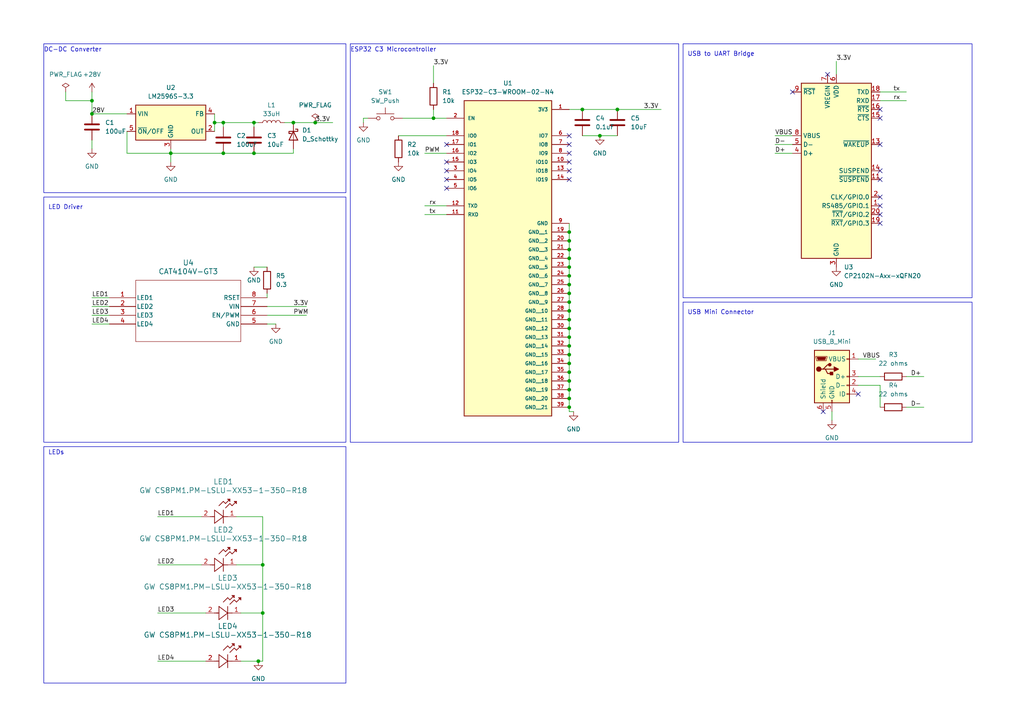
<source format=kicad_sch>
(kicad_sch (version 20230121) (generator eeschema)

  (uuid f7489a17-c268-450b-a30a-b2b5dfdeb9b4)

  (paper "A4")

  (title_block
    (title "LED Driver")
    (date "2024-09-12")
    (company "Satwik Kamath")
  )

  (lib_symbols
    (symbol "2024-09-12_10-32-38:GW_CS8PM1.PM-LSLU-XX53-1-350-R18" (pin_names (offset 0.254)) (in_bom yes) (on_board yes)
      (property "Reference" "LED" (at 5.08 -4.445 0)
        (effects (font (size 1.524 1.524)))
      )
      (property "Value" "GW CS8PM1.PM-LSLU-XX53-1-350-R18" (at 5.08 -7.62 0)
        (effects (font (size 1.524 1.524)))
      )
      (property "Footprint" "LED_GW CS8PM1.PM_OSM" (at 0 0 0)
        (effects (font (size 1.27 1.27) italic) hide)
      )
      (property "Datasheet" "GW CS8PM1.PM-LSLU-XX53-1-350-R18" (at 0 0 0)
        (effects (font (size 1.27 1.27) italic) hide)
      )
      (property "ki_locked" "" (at 0 0 0)
        (effects (font (size 1.27 1.27)))
      )
      (property "ki_keywords" "GW CS8PM1.PM-LSLU-XX53-1-350-R18" (at 0 0 0)
        (effects (font (size 1.27 1.27)) hide)
      )
      (property "ki_fp_filters" "LED_GW CS8PM1.PM_OSM LED_GW CS8PM1.PM_OSM-M LED_GW CS8PM1.PM_OSM-L" (at 0 0 0)
        (effects (font (size 1.27 1.27)) hide)
      )
      (symbol "GW_CS8PM1.PM-LSLU-XX53-1-350-R18_1_1"
        (polyline
          (pts
            (xy 2.54 0)
            (xy 3.4798 0)
          )
          (stroke (width 0.2032) (type default))
          (fill (type none))
        )
        (polyline
          (pts
            (xy 3.175 0)
            (xy 3.81 0)
          )
          (stroke (width 0.2032) (type default))
          (fill (type none))
        )
        (polyline
          (pts
            (xy 3.81 -1.905)
            (xy 6.35 0)
          )
          (stroke (width 0.2032) (type default))
          (fill (type none))
        )
        (polyline
          (pts
            (xy 3.81 1.905)
            (xy 3.81 -1.905)
          )
          (stroke (width 0.2032) (type default))
          (fill (type none))
        )
        (polyline
          (pts
            (xy 5.08 3.175)
            (xy 6.35 4.445)
          )
          (stroke (width 0.2032) (type default))
          (fill (type none))
        )
        (polyline
          (pts
            (xy 6.35 -1.905)
            (xy 6.35 1.905)
          )
          (stroke (width 0.2032) (type default))
          (fill (type none))
        )
        (polyline
          (pts
            (xy 6.35 0)
            (xy 3.81 1.905)
          )
          (stroke (width 0.2032) (type default))
          (fill (type none))
        )
        (polyline
          (pts
            (xy 6.35 0)
            (xy 7.62 0)
          )
          (stroke (width 0.2032) (type default))
          (fill (type none))
        )
        (polyline
          (pts
            (xy 6.35 4.445)
            (xy 6.985 3.81)
          )
          (stroke (width 0.2032) (type default))
          (fill (type none))
        )
        (polyline
          (pts
            (xy 6.985 2.54)
            (xy 8.255 3.81)
          )
          (stroke (width 0.2032) (type default))
          (fill (type none))
        )
        (polyline
          (pts
            (xy 6.985 3.81)
            (xy 8.255 5.08)
          )
          (stroke (width 0.2032) (type default))
          (fill (type none))
        )
        (polyline
          (pts
            (xy 7.62 5.08)
            (xy 8.255 4.445)
          )
          (stroke (width 0.2032) (type default))
          (fill (type none))
        )
        (polyline
          (pts
            (xy 8.255 3.81)
            (xy 8.89 3.175)
          )
          (stroke (width 0.2032) (type default))
          (fill (type none))
        )
        (polyline
          (pts
            (xy 8.255 4.445)
            (xy 8.255 5.08)
          )
          (stroke (width 0.2032) (type default))
          (fill (type none))
        )
        (polyline
          (pts
            (xy 8.255 5.08)
            (xy 7.62 5.08)
          )
          (stroke (width 0.2032) (type default))
          (fill (type none))
        )
        (polyline
          (pts
            (xy 8.89 3.175)
            (xy 10.16 4.445)
          )
          (stroke (width 0.2032) (type default))
          (fill (type none))
        )
        (polyline
          (pts
            (xy 9.525 4.445)
            (xy 10.16 3.81)
          )
          (stroke (width 0.2032) (type default))
          (fill (type none))
        )
        (polyline
          (pts
            (xy 10.16 3.81)
            (xy 10.16 4.445)
          )
          (stroke (width 0.2032) (type default))
          (fill (type none))
        )
        (polyline
          (pts
            (xy 10.16 4.445)
            (xy 9.525 4.445)
          )
          (stroke (width 0.2032) (type default))
          (fill (type none))
        )
        (pin unspecified line (at 10.16 0 180) (length 2.54)
          (name "" (effects (font (size 1.27 1.27))))
          (number "1" (effects (font (size 1.27 1.27))))
        )
        (pin unspecified line (at 0 0 0) (length 2.54)
          (name "" (effects (font (size 1.27 1.27))))
          (number "2" (effects (font (size 1.27 1.27))))
        )
      )
      (symbol "GW_CS8PM1.PM-LSLU-XX53-1-350-R18_1_2"
        (polyline
          (pts
            (xy -5.08 7.62)
            (xy -4.445 8.255)
          )
          (stroke (width 0.2032) (type default))
          (fill (type none))
        )
        (polyline
          (pts
            (xy -5.08 8.255)
            (xy -5.08 7.62)
          )
          (stroke (width 0.2032) (type default))
          (fill (type none))
        )
        (polyline
          (pts
            (xy -4.445 6.35)
            (xy -3.81 6.985)
          )
          (stroke (width 0.2032) (type default))
          (fill (type none))
        )
        (polyline
          (pts
            (xy -4.445 8.255)
            (xy -5.08 8.255)
          )
          (stroke (width 0.2032) (type default))
          (fill (type none))
        )
        (polyline
          (pts
            (xy -4.445 9.525)
            (xy -3.81 10.16)
          )
          (stroke (width 0.2032) (type default))
          (fill (type none))
        )
        (polyline
          (pts
            (xy -4.445 10.16)
            (xy -4.445 9.525)
          )
          (stroke (width 0.2032) (type default))
          (fill (type none))
        )
        (polyline
          (pts
            (xy -3.81 6.985)
            (xy -5.08 8.255)
          )
          (stroke (width 0.2032) (type default))
          (fill (type none))
        )
        (polyline
          (pts
            (xy -3.81 8.255)
            (xy -3.175 8.89)
          )
          (stroke (width 0.2032) (type default))
          (fill (type none))
        )
        (polyline
          (pts
            (xy -3.81 10.16)
            (xy -4.445 10.16)
          )
          (stroke (width 0.2032) (type default))
          (fill (type none))
        )
        (polyline
          (pts
            (xy -3.175 5.08)
            (xy -4.445 6.35)
          )
          (stroke (width 0.2032) (type default))
          (fill (type none))
        )
        (polyline
          (pts
            (xy -3.175 8.89)
            (xy -4.445 10.16)
          )
          (stroke (width 0.2032) (type default))
          (fill (type none))
        )
        (polyline
          (pts
            (xy -2.54 6.985)
            (xy -3.81 8.255)
          )
          (stroke (width 0.2032) (type default))
          (fill (type none))
        )
        (polyline
          (pts
            (xy -1.905 3.81)
            (xy 1.905 3.81)
          )
          (stroke (width 0.2032) (type default))
          (fill (type none))
        )
        (polyline
          (pts
            (xy 0 2.54)
            (xy 0 3.4798)
          )
          (stroke (width 0.2032) (type default))
          (fill (type none))
        )
        (polyline
          (pts
            (xy 0 3.175)
            (xy 0 3.81)
          )
          (stroke (width 0.2032) (type default))
          (fill (type none))
        )
        (polyline
          (pts
            (xy 0 6.35)
            (xy -1.905 3.81)
          )
          (stroke (width 0.2032) (type default))
          (fill (type none))
        )
        (polyline
          (pts
            (xy 0 6.35)
            (xy 0 7.62)
          )
          (stroke (width 0.2032) (type default))
          (fill (type none))
        )
        (polyline
          (pts
            (xy 1.905 3.81)
            (xy 0 6.35)
          )
          (stroke (width 0.2032) (type default))
          (fill (type none))
        )
        (polyline
          (pts
            (xy 1.905 6.35)
            (xy -1.905 6.35)
          )
          (stroke (width 0.2032) (type default))
          (fill (type none))
        )
        (pin unspecified line (at 0 10.16 270) (length 2.54)
          (name "" (effects (font (size 1.27 1.27))))
          (number "1" (effects (font (size 1.27 1.27))))
        )
        (pin unspecified line (at 0 0 90) (length 2.54)
          (name "" (effects (font (size 1.27 1.27))))
          (number "2" (effects (font (size 1.27 1.27))))
        )
      )
    )
    (symbol "2024-09-12_10-57-13:CAT4104V-GT3" (pin_names (offset 0.254)) (in_bom yes) (on_board yes)
      (property "Reference" "U" (at 22.86 10.16 0)
        (effects (font (size 1.524 1.524)))
      )
      (property "Value" "CAT4104V-GT3" (at 22.86 7.62 0)
        (effects (font (size 1.524 1.524)))
      )
      (property "Footprint" "SOIC8_ONS" (at 0 0 0)
        (effects (font (size 1.27 1.27) italic) hide)
      )
      (property "Datasheet" "CAT4104V-GT3" (at 0 0 0)
        (effects (font (size 1.27 1.27) italic) hide)
      )
      (property "ki_locked" "" (at 0 0 0)
        (effects (font (size 1.27 1.27)))
      )
      (property "ki_keywords" "CAT4104V-GT3" (at 0 0 0)
        (effects (font (size 1.27 1.27)) hide)
      )
      (property "ki_fp_filters" "SOIC8_ONS SOIC8_ONS-M SOIC8_ONS-L" (at 0 0 0)
        (effects (font (size 1.27 1.27)) hide)
      )
      (symbol "CAT4104V-GT3_0_1"
        (polyline
          (pts
            (xy 7.62 -12.7)
            (xy 38.1 -12.7)
          )
          (stroke (width 0.127) (type default))
          (fill (type none))
        )
        (polyline
          (pts
            (xy 7.62 5.08)
            (xy 7.62 -12.7)
          )
          (stroke (width 0.127) (type default))
          (fill (type none))
        )
        (polyline
          (pts
            (xy 38.1 -12.7)
            (xy 38.1 5.08)
          )
          (stroke (width 0.127) (type default))
          (fill (type none))
        )
        (polyline
          (pts
            (xy 38.1 5.08)
            (xy 7.62 5.08)
          )
          (stroke (width 0.127) (type default))
          (fill (type none))
        )
        (pin unspecified line (at 0 0 0) (length 7.62)
          (name "LED1" (effects (font (size 1.27 1.27))))
          (number "1" (effects (font (size 1.27 1.27))))
        )
        (pin unspecified line (at 0 -2.54 0) (length 7.62)
          (name "LED2" (effects (font (size 1.27 1.27))))
          (number "2" (effects (font (size 1.27 1.27))))
        )
        (pin unspecified line (at 0 -5.08 0) (length 7.62)
          (name "LED3" (effects (font (size 1.27 1.27))))
          (number "3" (effects (font (size 1.27 1.27))))
        )
        (pin unspecified line (at 0 -7.62 0) (length 7.62)
          (name "LED4" (effects (font (size 1.27 1.27))))
          (number "4" (effects (font (size 1.27 1.27))))
        )
        (pin power_in line (at 45.72 -7.62 180) (length 7.62)
          (name "GND" (effects (font (size 1.27 1.27))))
          (number "5" (effects (font (size 1.27 1.27))))
        )
        (pin input line (at 45.72 -5.08 180) (length 7.62)
          (name "EN/PWM" (effects (font (size 1.27 1.27))))
          (number "6" (effects (font (size 1.27 1.27))))
        )
        (pin input line (at 45.72 -2.54 180) (length 7.62)
          (name "VIN" (effects (font (size 1.27 1.27))))
          (number "7" (effects (font (size 1.27 1.27))))
        )
        (pin unspecified line (at 45.72 0 180) (length 7.62)
          (name "RSET" (effects (font (size 1.27 1.27))))
          (number "8" (effects (font (size 1.27 1.27))))
        )
      )
    )
    (symbol "Connector:USB_B_Mini" (pin_names (offset 1.016)) (in_bom yes) (on_board yes)
      (property "Reference" "J" (at -5.08 11.43 0)
        (effects (font (size 1.27 1.27)) (justify left))
      )
      (property "Value" "USB_B_Mini" (at -5.08 8.89 0)
        (effects (font (size 1.27 1.27)) (justify left))
      )
      (property "Footprint" "" (at 3.81 -1.27 0)
        (effects (font (size 1.27 1.27)) hide)
      )
      (property "Datasheet" "~" (at 3.81 -1.27 0)
        (effects (font (size 1.27 1.27)) hide)
      )
      (property "ki_keywords" "connector USB mini" (at 0 0 0)
        (effects (font (size 1.27 1.27)) hide)
      )
      (property "ki_description" "USB Mini Type B connector" (at 0 0 0)
        (effects (font (size 1.27 1.27)) hide)
      )
      (property "ki_fp_filters" "USB*" (at 0 0 0)
        (effects (font (size 1.27 1.27)) hide)
      )
      (symbol "USB_B_Mini_0_1"
        (rectangle (start -5.08 -7.62) (end 5.08 7.62)
          (stroke (width 0.254) (type default))
          (fill (type background))
        )
        (circle (center -3.81 2.159) (radius 0.635)
          (stroke (width 0.254) (type default))
          (fill (type outline))
        )
        (circle (center -0.635 3.429) (radius 0.381)
          (stroke (width 0.254) (type default))
          (fill (type outline))
        )
        (rectangle (start -0.127 -7.62) (end 0.127 -6.858)
          (stroke (width 0) (type default))
          (fill (type none))
        )
        (polyline
          (pts
            (xy -1.905 2.159)
            (xy 0.635 2.159)
          )
          (stroke (width 0.254) (type default))
          (fill (type none))
        )
        (polyline
          (pts
            (xy -3.175 2.159)
            (xy -2.54 2.159)
            (xy -1.27 3.429)
            (xy -0.635 3.429)
          )
          (stroke (width 0.254) (type default))
          (fill (type none))
        )
        (polyline
          (pts
            (xy -2.54 2.159)
            (xy -1.905 2.159)
            (xy -1.27 0.889)
            (xy 0 0.889)
          )
          (stroke (width 0.254) (type default))
          (fill (type none))
        )
        (polyline
          (pts
            (xy 0.635 2.794)
            (xy 0.635 1.524)
            (xy 1.905 2.159)
            (xy 0.635 2.794)
          )
          (stroke (width 0.254) (type default))
          (fill (type outline))
        )
        (polyline
          (pts
            (xy -4.318 5.588)
            (xy -1.778 5.588)
            (xy -2.032 4.826)
            (xy -4.064 4.826)
            (xy -4.318 5.588)
          )
          (stroke (width 0) (type default))
          (fill (type outline))
        )
        (polyline
          (pts
            (xy -4.699 5.842)
            (xy -4.699 5.588)
            (xy -4.445 4.826)
            (xy -4.445 4.572)
            (xy -1.651 4.572)
            (xy -1.651 4.826)
            (xy -1.397 5.588)
            (xy -1.397 5.842)
            (xy -4.699 5.842)
          )
          (stroke (width 0) (type default))
          (fill (type none))
        )
        (rectangle (start 0.254 1.27) (end -0.508 0.508)
          (stroke (width 0.254) (type default))
          (fill (type outline))
        )
        (rectangle (start 5.08 -5.207) (end 4.318 -4.953)
          (stroke (width 0) (type default))
          (fill (type none))
        )
        (rectangle (start 5.08 -2.667) (end 4.318 -2.413)
          (stroke (width 0) (type default))
          (fill (type none))
        )
        (rectangle (start 5.08 -0.127) (end 4.318 0.127)
          (stroke (width 0) (type default))
          (fill (type none))
        )
        (rectangle (start 5.08 4.953) (end 4.318 5.207)
          (stroke (width 0) (type default))
          (fill (type none))
        )
      )
      (symbol "USB_B_Mini_1_1"
        (pin power_out line (at 7.62 5.08 180) (length 2.54)
          (name "VBUS" (effects (font (size 1.27 1.27))))
          (number "1" (effects (font (size 1.27 1.27))))
        )
        (pin bidirectional line (at 7.62 -2.54 180) (length 2.54)
          (name "D-" (effects (font (size 1.27 1.27))))
          (number "2" (effects (font (size 1.27 1.27))))
        )
        (pin bidirectional line (at 7.62 0 180) (length 2.54)
          (name "D+" (effects (font (size 1.27 1.27))))
          (number "3" (effects (font (size 1.27 1.27))))
        )
        (pin passive line (at 7.62 -5.08 180) (length 2.54)
          (name "ID" (effects (font (size 1.27 1.27))))
          (number "4" (effects (font (size 1.27 1.27))))
        )
        (pin power_out line (at 0 -10.16 90) (length 2.54)
          (name "GND" (effects (font (size 1.27 1.27))))
          (number "5" (effects (font (size 1.27 1.27))))
        )
        (pin passive line (at -2.54 -10.16 90) (length 2.54)
          (name "Shield" (effects (font (size 1.27 1.27))))
          (number "6" (effects (font (size 1.27 1.27))))
        )
      )
    )
    (symbol "Device:C" (pin_numbers hide) (pin_names (offset 0.254)) (in_bom yes) (on_board yes)
      (property "Reference" "C" (at 0.635 2.54 0)
        (effects (font (size 1.27 1.27)) (justify left))
      )
      (property "Value" "C" (at 0.635 -2.54 0)
        (effects (font (size 1.27 1.27)) (justify left))
      )
      (property "Footprint" "" (at 0.9652 -3.81 0)
        (effects (font (size 1.27 1.27)) hide)
      )
      (property "Datasheet" "~" (at 0 0 0)
        (effects (font (size 1.27 1.27)) hide)
      )
      (property "ki_keywords" "cap capacitor" (at 0 0 0)
        (effects (font (size 1.27 1.27)) hide)
      )
      (property "ki_description" "Unpolarized capacitor" (at 0 0 0)
        (effects (font (size 1.27 1.27)) hide)
      )
      (property "ki_fp_filters" "C_*" (at 0 0 0)
        (effects (font (size 1.27 1.27)) hide)
      )
      (symbol "C_0_1"
        (polyline
          (pts
            (xy -2.032 -0.762)
            (xy 2.032 -0.762)
          )
          (stroke (width 0.508) (type default))
          (fill (type none))
        )
        (polyline
          (pts
            (xy -2.032 0.762)
            (xy 2.032 0.762)
          )
          (stroke (width 0.508) (type default))
          (fill (type none))
        )
      )
      (symbol "C_1_1"
        (pin passive line (at 0 3.81 270) (length 2.794)
          (name "~" (effects (font (size 1.27 1.27))))
          (number "1" (effects (font (size 1.27 1.27))))
        )
        (pin passive line (at 0 -3.81 90) (length 2.794)
          (name "~" (effects (font (size 1.27 1.27))))
          (number "2" (effects (font (size 1.27 1.27))))
        )
      )
    )
    (symbol "Device:D_Schottky" (pin_numbers hide) (pin_names (offset 1.016) hide) (in_bom yes) (on_board yes)
      (property "Reference" "D" (at 0 2.54 0)
        (effects (font (size 1.27 1.27)))
      )
      (property "Value" "D_Schottky" (at 0 -2.54 0)
        (effects (font (size 1.27 1.27)))
      )
      (property "Footprint" "" (at 0 0 0)
        (effects (font (size 1.27 1.27)) hide)
      )
      (property "Datasheet" "~" (at 0 0 0)
        (effects (font (size 1.27 1.27)) hide)
      )
      (property "ki_keywords" "diode Schottky" (at 0 0 0)
        (effects (font (size 1.27 1.27)) hide)
      )
      (property "ki_description" "Schottky diode" (at 0 0 0)
        (effects (font (size 1.27 1.27)) hide)
      )
      (property "ki_fp_filters" "TO-???* *_Diode_* *SingleDiode* D_*" (at 0 0 0)
        (effects (font (size 1.27 1.27)) hide)
      )
      (symbol "D_Schottky_0_1"
        (polyline
          (pts
            (xy 1.27 0)
            (xy -1.27 0)
          )
          (stroke (width 0) (type default))
          (fill (type none))
        )
        (polyline
          (pts
            (xy 1.27 1.27)
            (xy 1.27 -1.27)
            (xy -1.27 0)
            (xy 1.27 1.27)
          )
          (stroke (width 0.254) (type default))
          (fill (type none))
        )
        (polyline
          (pts
            (xy -1.905 0.635)
            (xy -1.905 1.27)
            (xy -1.27 1.27)
            (xy -1.27 -1.27)
            (xy -0.635 -1.27)
            (xy -0.635 -0.635)
          )
          (stroke (width 0.254) (type default))
          (fill (type none))
        )
      )
      (symbol "D_Schottky_1_1"
        (pin passive line (at -3.81 0 0) (length 2.54)
          (name "K" (effects (font (size 1.27 1.27))))
          (number "1" (effects (font (size 1.27 1.27))))
        )
        (pin passive line (at 3.81 0 180) (length 2.54)
          (name "A" (effects (font (size 1.27 1.27))))
          (number "2" (effects (font (size 1.27 1.27))))
        )
      )
    )
    (symbol "Device:L" (pin_numbers hide) (pin_names (offset 1.016) hide) (in_bom yes) (on_board yes)
      (property "Reference" "L" (at -1.27 0 90)
        (effects (font (size 1.27 1.27)))
      )
      (property "Value" "L" (at 1.905 0 90)
        (effects (font (size 1.27 1.27)))
      )
      (property "Footprint" "" (at 0 0 0)
        (effects (font (size 1.27 1.27)) hide)
      )
      (property "Datasheet" "~" (at 0 0 0)
        (effects (font (size 1.27 1.27)) hide)
      )
      (property "ki_keywords" "inductor choke coil reactor magnetic" (at 0 0 0)
        (effects (font (size 1.27 1.27)) hide)
      )
      (property "ki_description" "Inductor" (at 0 0 0)
        (effects (font (size 1.27 1.27)) hide)
      )
      (property "ki_fp_filters" "Choke_* *Coil* Inductor_* L_*" (at 0 0 0)
        (effects (font (size 1.27 1.27)) hide)
      )
      (symbol "L_0_1"
        (arc (start 0 -2.54) (mid 0.6323 -1.905) (end 0 -1.27)
          (stroke (width 0) (type default))
          (fill (type none))
        )
        (arc (start 0 -1.27) (mid 0.6323 -0.635) (end 0 0)
          (stroke (width 0) (type default))
          (fill (type none))
        )
        (arc (start 0 0) (mid 0.6323 0.635) (end 0 1.27)
          (stroke (width 0) (type default))
          (fill (type none))
        )
        (arc (start 0 1.27) (mid 0.6323 1.905) (end 0 2.54)
          (stroke (width 0) (type default))
          (fill (type none))
        )
      )
      (symbol "L_1_1"
        (pin passive line (at 0 3.81 270) (length 1.27)
          (name "1" (effects (font (size 1.27 1.27))))
          (number "1" (effects (font (size 1.27 1.27))))
        )
        (pin passive line (at 0 -3.81 90) (length 1.27)
          (name "2" (effects (font (size 1.27 1.27))))
          (number "2" (effects (font (size 1.27 1.27))))
        )
      )
    )
    (symbol "Device:R" (pin_numbers hide) (pin_names (offset 0)) (in_bom yes) (on_board yes)
      (property "Reference" "R" (at 2.032 0 90)
        (effects (font (size 1.27 1.27)))
      )
      (property "Value" "R" (at 0 0 90)
        (effects (font (size 1.27 1.27)))
      )
      (property "Footprint" "" (at -1.778 0 90)
        (effects (font (size 1.27 1.27)) hide)
      )
      (property "Datasheet" "~" (at 0 0 0)
        (effects (font (size 1.27 1.27)) hide)
      )
      (property "ki_keywords" "R res resistor" (at 0 0 0)
        (effects (font (size 1.27 1.27)) hide)
      )
      (property "ki_description" "Resistor" (at 0 0 0)
        (effects (font (size 1.27 1.27)) hide)
      )
      (property "ki_fp_filters" "R_*" (at 0 0 0)
        (effects (font (size 1.27 1.27)) hide)
      )
      (symbol "R_0_1"
        (rectangle (start -1.016 -2.54) (end 1.016 2.54)
          (stroke (width 0.254) (type default))
          (fill (type none))
        )
      )
      (symbol "R_1_1"
        (pin passive line (at 0 3.81 270) (length 1.27)
          (name "~" (effects (font (size 1.27 1.27))))
          (number "1" (effects (font (size 1.27 1.27))))
        )
        (pin passive line (at 0 -3.81 90) (length 1.27)
          (name "~" (effects (font (size 1.27 1.27))))
          (number "2" (effects (font (size 1.27 1.27))))
        )
      )
    )
    (symbol "ESP32-C3-WROOM-02-N4:ESP32-C3-WROOM-02-N4" (pin_names (offset 1.016)) (in_bom yes) (on_board yes)
      (property "Reference" "U" (at -12.7 21.082 0)
        (effects (font (size 1.27 1.27)) (justify left bottom))
      )
      (property "Value" "ESP32-C3-WROOM-02-N4" (at -12.7 -71.882 0)
        (effects (font (size 1.27 1.27)) (justify left top))
      )
      (property "Footprint" "ESP32-C3-WROOM-02-N4:MODULE_ESP32-C3-WROOM-02-H4" (at 0 0 0)
        (effects (font (size 1.27 1.27)) (justify bottom) hide)
      )
      (property "Datasheet" "" (at 0 0 0)
        (effects (font (size 1.27 1.27)) hide)
      )
      (property "MF" "Espressif Systems" (at 0 0 0)
        (effects (font (size 1.27 1.27)) (justify bottom) hide)
      )
      (property "DESCRIPTION" "WiFi Modules (802.11) (Engineering Samples) SMD module, ESP32-C3, 4MB SPI flash, PCB antenna, -40 C +105 C" (at 0 0 0)
        (effects (font (size 1.27 1.27)) (justify bottom) hide)
      )
      (property "PACKAGE" "Package" (at 0 0 0)
        (effects (font (size 1.27 1.27)) (justify bottom) hide)
      )
      (property "PRICE" "None" (at 0 0 0)
        (effects (font (size 1.27 1.27)) (justify bottom) hide)
      )
      (property "MP" "ESP32-C3-WROOM-02-H4" (at 0 0 0)
        (effects (font (size 1.27 1.27)) (justify bottom) hide)
      )
      (property "AVAILABILITY" "In Stock" (at 0 0 0)
        (effects (font (size 1.27 1.27)) (justify bottom) hide)
      )
      (property "PURCHASE-URL" "https://pricing.snapeda.com/search/part/ESP32-C3-WROOM-02-H4/?ref=eda" (at 0 0 0)
        (effects (font (size 1.27 1.27)) (justify bottom) hide)
      )
      (symbol "ESP32-C3-WROOM-02-N4_0_0"
        (rectangle (start -12.7 -71.12) (end 12.7 20.32)
          (stroke (width 0.254) (type default))
          (fill (type background))
        )
        (pin power_in line (at 17.78 17.78 180) (length 5.08)
          (name "3V3" (effects (font (size 1.016 1.016))))
          (number "1" (effects (font (size 1.016 1.016))))
        )
        (pin bidirectional line (at 17.78 2.54 180) (length 5.08)
          (name "IO10" (effects (font (size 1.016 1.016))))
          (number "10" (effects (font (size 1.016 1.016))))
        )
        (pin bidirectional line (at -17.78 -12.7 0) (length 5.08)
          (name "RXD" (effects (font (size 1.016 1.016))))
          (number "11" (effects (font (size 1.016 1.016))))
        )
        (pin bidirectional line (at -17.78 -10.16 0) (length 5.08)
          (name "TXD" (effects (font (size 1.016 1.016))))
          (number "12" (effects (font (size 1.016 1.016))))
        )
        (pin bidirectional line (at 17.78 0 180) (length 5.08)
          (name "IO18" (effects (font (size 1.016 1.016))))
          (number "13" (effects (font (size 1.016 1.016))))
        )
        (pin bidirectional line (at 17.78 -2.54 180) (length 5.08)
          (name "IO19" (effects (font (size 1.016 1.016))))
          (number "14" (effects (font (size 1.016 1.016))))
        )
        (pin bidirectional line (at -17.78 2.54 0) (length 5.08)
          (name "IO3" (effects (font (size 1.016 1.016))))
          (number "15" (effects (font (size 1.016 1.016))))
        )
        (pin bidirectional line (at -17.78 5.08 0) (length 5.08)
          (name "IO2" (effects (font (size 1.016 1.016))))
          (number "16" (effects (font (size 1.016 1.016))))
        )
        (pin bidirectional line (at -17.78 7.62 0) (length 5.08)
          (name "IO1" (effects (font (size 1.016 1.016))))
          (number "17" (effects (font (size 1.016 1.016))))
        )
        (pin bidirectional line (at -17.78 10.16 0) (length 5.08)
          (name "IO0" (effects (font (size 1.016 1.016))))
          (number "18" (effects (font (size 1.016 1.016))))
        )
        (pin power_in line (at 17.78 -17.78 180) (length 5.08)
          (name "GND__1" (effects (font (size 1.016 1.016))))
          (number "19" (effects (font (size 1.016 1.016))))
        )
        (pin input line (at -17.78 15.24 0) (length 5.08)
          (name "EN" (effects (font (size 1.016 1.016))))
          (number "2" (effects (font (size 1.016 1.016))))
        )
        (pin power_in line (at 17.78 -20.32 180) (length 5.08)
          (name "GND__2" (effects (font (size 1.016 1.016))))
          (number "20" (effects (font (size 1.016 1.016))))
        )
        (pin power_in line (at 17.78 -22.86 180) (length 5.08)
          (name "GND__3" (effects (font (size 1.016 1.016))))
          (number "21" (effects (font (size 1.016 1.016))))
        )
        (pin power_in line (at 17.78 -25.4 180) (length 5.08)
          (name "GND__4" (effects (font (size 1.016 1.016))))
          (number "22" (effects (font (size 1.016 1.016))))
        )
        (pin power_in line (at 17.78 -27.94 180) (length 5.08)
          (name "GND__5" (effects (font (size 1.016 1.016))))
          (number "23" (effects (font (size 1.016 1.016))))
        )
        (pin power_in line (at 17.78 -30.48 180) (length 5.08)
          (name "GND__6" (effects (font (size 1.016 1.016))))
          (number "24" (effects (font (size 1.016 1.016))))
        )
        (pin power_in line (at 17.78 -33.02 180) (length 5.08)
          (name "GND__7" (effects (font (size 1.016 1.016))))
          (number "25" (effects (font (size 1.016 1.016))))
        )
        (pin power_in line (at 17.78 -35.56 180) (length 5.08)
          (name "GND__8" (effects (font (size 1.016 1.016))))
          (number "26" (effects (font (size 1.016 1.016))))
        )
        (pin power_in line (at 17.78 -38.1 180) (length 5.08)
          (name "GND__9" (effects (font (size 1.016 1.016))))
          (number "27" (effects (font (size 1.016 1.016))))
        )
        (pin power_in line (at 17.78 -40.64 180) (length 5.08)
          (name "GND__10" (effects (font (size 1.016 1.016))))
          (number "28" (effects (font (size 1.016 1.016))))
        )
        (pin power_in line (at 17.78 -43.18 180) (length 5.08)
          (name "GND__11" (effects (font (size 1.016 1.016))))
          (number "29" (effects (font (size 1.016 1.016))))
        )
        (pin bidirectional line (at -17.78 0 0) (length 5.08)
          (name "IO4" (effects (font (size 1.016 1.016))))
          (number "3" (effects (font (size 1.016 1.016))))
        )
        (pin power_in line (at 17.78 -45.72 180) (length 5.08)
          (name "GND__12" (effects (font (size 1.016 1.016))))
          (number "30" (effects (font (size 1.016 1.016))))
        )
        (pin power_in line (at 17.78 -48.26 180) (length 5.08)
          (name "GND__13" (effects (font (size 1.016 1.016))))
          (number "31" (effects (font (size 1.016 1.016))))
        )
        (pin power_in line (at 17.78 -50.8 180) (length 5.08)
          (name "GND__14" (effects (font (size 1.016 1.016))))
          (number "32" (effects (font (size 1.016 1.016))))
        )
        (pin power_in line (at 17.78 -53.34 180) (length 5.08)
          (name "GND__15" (effects (font (size 1.016 1.016))))
          (number "33" (effects (font (size 1.016 1.016))))
        )
        (pin power_in line (at 17.78 -55.88 180) (length 5.08)
          (name "GND__16" (effects (font (size 1.016 1.016))))
          (number "34" (effects (font (size 1.016 1.016))))
        )
        (pin power_in line (at 17.78 -58.42 180) (length 5.08)
          (name "GND__17" (effects (font (size 1.016 1.016))))
          (number "35" (effects (font (size 1.016 1.016))))
        )
        (pin power_in line (at 17.78 -60.96 180) (length 5.08)
          (name "GND__18" (effects (font (size 1.016 1.016))))
          (number "36" (effects (font (size 1.016 1.016))))
        )
        (pin power_in line (at 17.78 -63.5 180) (length 5.08)
          (name "GND__19" (effects (font (size 1.016 1.016))))
          (number "37" (effects (font (size 1.016 1.016))))
        )
        (pin power_in line (at 17.78 -66.04 180) (length 5.08)
          (name "GND__20" (effects (font (size 1.016 1.016))))
          (number "38" (effects (font (size 1.016 1.016))))
        )
        (pin power_in line (at 17.78 -68.58 180) (length 5.08)
          (name "GND__21" (effects (font (size 1.016 1.016))))
          (number "39" (effects (font (size 1.016 1.016))))
        )
        (pin bidirectional line (at -17.78 -2.54 0) (length 5.08)
          (name "IO5" (effects (font (size 1.016 1.016))))
          (number "4" (effects (font (size 1.016 1.016))))
        )
        (pin bidirectional line (at -17.78 -5.08 0) (length 5.08)
          (name "IO6" (effects (font (size 1.016 1.016))))
          (number "5" (effects (font (size 1.016 1.016))))
        )
        (pin bidirectional line (at 17.78 10.16 180) (length 5.08)
          (name "IO7" (effects (font (size 1.016 1.016))))
          (number "6" (effects (font (size 1.016 1.016))))
        )
        (pin bidirectional line (at 17.78 7.62 180) (length 5.08)
          (name "IO8" (effects (font (size 1.016 1.016))))
          (number "7" (effects (font (size 1.016 1.016))))
        )
        (pin bidirectional line (at 17.78 5.08 180) (length 5.08)
          (name "IO9" (effects (font (size 1.016 1.016))))
          (number "8" (effects (font (size 1.016 1.016))))
        )
        (pin power_in line (at 17.78 -15.24 180) (length 5.08)
          (name "GND" (effects (font (size 1.016 1.016))))
          (number "9" (effects (font (size 1.016 1.016))))
        )
      )
    )
    (symbol "Interface_USB:CP2102N-Axx-xQFN20" (in_bom yes) (on_board yes)
      (property "Reference" "U" (at -8.89 26.67 0)
        (effects (font (size 1.27 1.27)))
      )
      (property "Value" "CP2102N-Axx-xQFN20" (at 12.7 26.67 0)
        (effects (font (size 1.27 1.27)))
      )
      (property "Footprint" "Package_DFN_QFN:SiliconLabs_QFN-20-1EP_3x3mm_P0.5mm" (at 31.75 -26.67 0)
        (effects (font (size 1.27 1.27)) hide)
      )
      (property "Datasheet" "https://www.silabs.com/documents/public/data-sheets/cp2102n-datasheet.pdf" (at 1.27 -19.05 0)
        (effects (font (size 1.27 1.27)) hide)
      )
      (property "ki_keywords" "USB UART bridge" (at 0 0 0)
        (effects (font (size 1.27 1.27)) hide)
      )
      (property "ki_description" "USB to UART master bridge, QFN-20" (at 0 0 0)
        (effects (font (size 1.27 1.27)) hide)
      )
      (property "ki_fp_filters" "SiliconLabs*QFN*3x3mm*P0.5mm*" (at 0 0 0)
        (effects (font (size 1.27 1.27)) hide)
      )
      (symbol "CP2102N-Axx-xQFN20_0_1"
        (rectangle (start -10.16 25.4) (end 10.16 -25.4)
          (stroke (width 0.254) (type default))
          (fill (type background))
        )
      )
      (symbol "CP2102N-Axx-xQFN20_1_1"
        (pin bidirectional line (at 12.7 -10.16 180) (length 2.54)
          (name "RS485/GPIO.1" (effects (font (size 1.27 1.27))))
          (number "1" (effects (font (size 1.27 1.27))))
        )
        (pin no_connect line (at -10.16 -22.86 0) (length 2.54) hide
          (name "NC" (effects (font (size 1.27 1.27))))
          (number "10" (effects (font (size 1.27 1.27))))
        )
        (pin output line (at 12.7 -2.54 180) (length 2.54)
          (name "~{SUSPEND}" (effects (font (size 1.27 1.27))))
          (number "11" (effects (font (size 1.27 1.27))))
        )
        (pin passive line (at 0 -27.94 90) (length 2.54) hide
          (name "GND" (effects (font (size 1.27 1.27))))
          (number "12" (effects (font (size 1.27 1.27))))
        )
        (pin input line (at 12.7 7.62 180) (length 2.54)
          (name "~{WAKEUP}" (effects (font (size 1.27 1.27))))
          (number "13" (effects (font (size 1.27 1.27))))
        )
        (pin output line (at 12.7 0 180) (length 2.54)
          (name "SUSPEND" (effects (font (size 1.27 1.27))))
          (number "14" (effects (font (size 1.27 1.27))))
        )
        (pin input line (at 12.7 15.24 180) (length 2.54)
          (name "~{CTS}" (effects (font (size 1.27 1.27))))
          (number "15" (effects (font (size 1.27 1.27))))
        )
        (pin output line (at 12.7 17.78 180) (length 2.54)
          (name "~{RTS}" (effects (font (size 1.27 1.27))))
          (number "16" (effects (font (size 1.27 1.27))))
        )
        (pin input line (at 12.7 20.32 180) (length 2.54)
          (name "RXD" (effects (font (size 1.27 1.27))))
          (number "17" (effects (font (size 1.27 1.27))))
        )
        (pin output line (at 12.7 22.86 180) (length 2.54)
          (name "TXD" (effects (font (size 1.27 1.27))))
          (number "18" (effects (font (size 1.27 1.27))))
        )
        (pin bidirectional line (at 12.7 -15.24 180) (length 2.54)
          (name "~{RXT}/GPIO.3" (effects (font (size 1.27 1.27))))
          (number "19" (effects (font (size 1.27 1.27))))
        )
        (pin bidirectional line (at 12.7 -7.62 180) (length 2.54)
          (name "CLK/GPIO.0" (effects (font (size 1.27 1.27))))
          (number "2" (effects (font (size 1.27 1.27))))
        )
        (pin bidirectional line (at 12.7 -12.7 180) (length 2.54)
          (name "~{TXT}/GPIO.2" (effects (font (size 1.27 1.27))))
          (number "20" (effects (font (size 1.27 1.27))))
        )
        (pin passive line (at 0 -27.94 90) (length 2.54) hide
          (name "GND" (effects (font (size 1.27 1.27))))
          (number "21" (effects (font (size 1.27 1.27))))
        )
        (pin power_in line (at 0 -27.94 90) (length 2.54)
          (name "GND" (effects (font (size 1.27 1.27))))
          (number "3" (effects (font (size 1.27 1.27))))
        )
        (pin bidirectional line (at -12.7 5.08 0) (length 2.54)
          (name "D+" (effects (font (size 1.27 1.27))))
          (number "4" (effects (font (size 1.27 1.27))))
        )
        (pin bidirectional line (at -12.7 7.62 0) (length 2.54)
          (name "D-" (effects (font (size 1.27 1.27))))
          (number "5" (effects (font (size 1.27 1.27))))
        )
        (pin power_in line (at 0 27.94 270) (length 2.54)
          (name "VDD" (effects (font (size 1.27 1.27))))
          (number "6" (effects (font (size 1.27 1.27))))
        )
        (pin power_in line (at -2.54 27.94 270) (length 2.54)
          (name "VREGIN" (effects (font (size 1.27 1.27))))
          (number "7" (effects (font (size 1.27 1.27))))
        )
        (pin input line (at -12.7 10.16 0) (length 2.54)
          (name "VBUS" (effects (font (size 1.27 1.27))))
          (number "8" (effects (font (size 1.27 1.27))))
        )
        (pin input line (at -12.7 22.86 0) (length 2.54)
          (name "~{RST}" (effects (font (size 1.27 1.27))))
          (number "9" (effects (font (size 1.27 1.27))))
        )
      )
    )
    (symbol "Regulator_Switching:LM2596S-3.3" (in_bom yes) (on_board yes)
      (property "Reference" "U" (at -10.16 6.35 0)
        (effects (font (size 1.27 1.27)) (justify left))
      )
      (property "Value" "LM2596S-3.3" (at 0 6.35 0)
        (effects (font (size 1.27 1.27)) (justify left))
      )
      (property "Footprint" "Package_TO_SOT_SMD:TO-263-5_TabPin3" (at 1.27 -6.35 0)
        (effects (font (size 1.27 1.27) italic) (justify left) hide)
      )
      (property "Datasheet" "http://www.ti.com/lit/ds/symlink/lm2596.pdf" (at 0 0 0)
        (effects (font (size 1.27 1.27)) hide)
      )
      (property "ki_keywords" "Step-Down Voltage Regulator 3.3V 3A" (at 0 0 0)
        (effects (font (size 1.27 1.27)) hide)
      )
      (property "ki_description" "3.3V 3A Step-Down Voltage Regulator, TO-263" (at 0 0 0)
        (effects (font (size 1.27 1.27)) hide)
      )
      (property "ki_fp_filters" "TO?263*" (at 0 0 0)
        (effects (font (size 1.27 1.27)) hide)
      )
      (symbol "LM2596S-3.3_0_1"
        (rectangle (start -10.16 5.08) (end 10.16 -5.08)
          (stroke (width 0.254) (type default))
          (fill (type background))
        )
      )
      (symbol "LM2596S-3.3_1_1"
        (pin power_in line (at -12.7 2.54 0) (length 2.54)
          (name "VIN" (effects (font (size 1.27 1.27))))
          (number "1" (effects (font (size 1.27 1.27))))
        )
        (pin output line (at 12.7 -2.54 180) (length 2.54)
          (name "OUT" (effects (font (size 1.27 1.27))))
          (number "2" (effects (font (size 1.27 1.27))))
        )
        (pin power_in line (at 0 -7.62 90) (length 2.54)
          (name "GND" (effects (font (size 1.27 1.27))))
          (number "3" (effects (font (size 1.27 1.27))))
        )
        (pin input line (at 12.7 2.54 180) (length 2.54)
          (name "FB" (effects (font (size 1.27 1.27))))
          (number "4" (effects (font (size 1.27 1.27))))
        )
        (pin input line (at -12.7 -2.54 0) (length 2.54)
          (name "~{ON}/OFF" (effects (font (size 1.27 1.27))))
          (number "5" (effects (font (size 1.27 1.27))))
        )
      )
    )
    (symbol "Switch:SW_Push" (pin_numbers hide) (pin_names (offset 1.016) hide) (in_bom yes) (on_board yes)
      (property "Reference" "SW" (at 1.27 2.54 0)
        (effects (font (size 1.27 1.27)) (justify left))
      )
      (property "Value" "SW_Push" (at 0 -1.524 0)
        (effects (font (size 1.27 1.27)))
      )
      (property "Footprint" "" (at 0 5.08 0)
        (effects (font (size 1.27 1.27)) hide)
      )
      (property "Datasheet" "~" (at 0 5.08 0)
        (effects (font (size 1.27 1.27)) hide)
      )
      (property "ki_keywords" "switch normally-open pushbutton push-button" (at 0 0 0)
        (effects (font (size 1.27 1.27)) hide)
      )
      (property "ki_description" "Push button switch, generic, two pins" (at 0 0 0)
        (effects (font (size 1.27 1.27)) hide)
      )
      (symbol "SW_Push_0_1"
        (circle (center -2.032 0) (radius 0.508)
          (stroke (width 0) (type default))
          (fill (type none))
        )
        (polyline
          (pts
            (xy 0 1.27)
            (xy 0 3.048)
          )
          (stroke (width 0) (type default))
          (fill (type none))
        )
        (polyline
          (pts
            (xy 2.54 1.27)
            (xy -2.54 1.27)
          )
          (stroke (width 0) (type default))
          (fill (type none))
        )
        (circle (center 2.032 0) (radius 0.508)
          (stroke (width 0) (type default))
          (fill (type none))
        )
        (pin passive line (at -5.08 0 0) (length 2.54)
          (name "1" (effects (font (size 1.27 1.27))))
          (number "1" (effects (font (size 1.27 1.27))))
        )
        (pin passive line (at 5.08 0 180) (length 2.54)
          (name "2" (effects (font (size 1.27 1.27))))
          (number "2" (effects (font (size 1.27 1.27))))
        )
      )
    )
    (symbol "power:+28V" (power) (pin_names (offset 0)) (in_bom yes) (on_board yes)
      (property "Reference" "#PWR" (at 0 -3.81 0)
        (effects (font (size 1.27 1.27)) hide)
      )
      (property "Value" "+28V" (at 0 3.81 0)
        (effects (font (size 1.27 1.27)))
      )
      (property "Footprint" "" (at 6.35 1.27 0)
        (effects (font (size 1.27 1.27)) hide)
      )
      (property "Datasheet" "" (at 6.35 1.27 0)
        (effects (font (size 1.27 1.27)) hide)
      )
      (property "ki_keywords" "global power" (at 0 0 0)
        (effects (font (size 1.27 1.27)) hide)
      )
      (property "ki_description" "Power symbol creates a global label with name \"+28V\"" (at 0 0 0)
        (effects (font (size 1.27 1.27)) hide)
      )
      (symbol "+28V_0_1"
        (polyline
          (pts
            (xy -0.762 1.27)
            (xy 0 2.54)
          )
          (stroke (width 0) (type default))
          (fill (type none))
        )
        (polyline
          (pts
            (xy 0 0)
            (xy 0 2.54)
          )
          (stroke (width 0) (type default))
          (fill (type none))
        )
        (polyline
          (pts
            (xy 0 2.54)
            (xy 0.762 1.27)
          )
          (stroke (width 0) (type default))
          (fill (type none))
        )
      )
      (symbol "+28V_1_1"
        (pin power_in line (at 0 0 90) (length 0) hide
          (name "+28V" (effects (font (size 1.27 1.27))))
          (number "1" (effects (font (size 1.27 1.27))))
        )
      )
    )
    (symbol "power:GND" (power) (pin_names (offset 0)) (in_bom yes) (on_board yes)
      (property "Reference" "#PWR" (at 0 -6.35 0)
        (effects (font (size 1.27 1.27)) hide)
      )
      (property "Value" "GND" (at 0 -3.81 0)
        (effects (font (size 1.27 1.27)))
      )
      (property "Footprint" "" (at 0 0 0)
        (effects (font (size 1.27 1.27)) hide)
      )
      (property "Datasheet" "" (at 0 0 0)
        (effects (font (size 1.27 1.27)) hide)
      )
      (property "ki_keywords" "global power" (at 0 0 0)
        (effects (font (size 1.27 1.27)) hide)
      )
      (property "ki_description" "Power symbol creates a global label with name \"GND\" , ground" (at 0 0 0)
        (effects (font (size 1.27 1.27)) hide)
      )
      (symbol "GND_0_1"
        (polyline
          (pts
            (xy 0 0)
            (xy 0 -1.27)
            (xy 1.27 -1.27)
            (xy 0 -2.54)
            (xy -1.27 -1.27)
            (xy 0 -1.27)
          )
          (stroke (width 0) (type default))
          (fill (type none))
        )
      )
      (symbol "GND_1_1"
        (pin power_in line (at 0 0 270) (length 0) hide
          (name "GND" (effects (font (size 1.27 1.27))))
          (number "1" (effects (font (size 1.27 1.27))))
        )
      )
    )
    (symbol "power:PWR_FLAG" (power) (pin_numbers hide) (pin_names (offset 0) hide) (in_bom yes) (on_board yes)
      (property "Reference" "#FLG" (at 0 1.905 0)
        (effects (font (size 1.27 1.27)) hide)
      )
      (property "Value" "PWR_FLAG" (at 0 3.81 0)
        (effects (font (size 1.27 1.27)))
      )
      (property "Footprint" "" (at 0 0 0)
        (effects (font (size 1.27 1.27)) hide)
      )
      (property "Datasheet" "~" (at 0 0 0)
        (effects (font (size 1.27 1.27)) hide)
      )
      (property "ki_keywords" "flag power" (at 0 0 0)
        (effects (font (size 1.27 1.27)) hide)
      )
      (property "ki_description" "Special symbol for telling ERC where power comes from" (at 0 0 0)
        (effects (font (size 1.27 1.27)) hide)
      )
      (symbol "PWR_FLAG_0_0"
        (pin power_out line (at 0 0 90) (length 0)
          (name "pwr" (effects (font (size 1.27 1.27))))
          (number "1" (effects (font (size 1.27 1.27))))
        )
      )
      (symbol "PWR_FLAG_0_1"
        (polyline
          (pts
            (xy 0 0)
            (xy 0 1.27)
            (xy -1.016 1.905)
            (xy 0 2.54)
            (xy 1.016 1.905)
            (xy 0 1.27)
          )
          (stroke (width 0) (type default))
          (fill (type none))
        )
      )
    )
  )

  (junction (at 64.77 35.56) (diameter 0) (color 0 0 0 0)
    (uuid 125846c3-d452-4641-bf43-83d5b0b857cc)
  )
  (junction (at 76.2 177.8) (diameter 0) (color 0 0 0 0)
    (uuid 140017ad-532d-45f6-8fab-16ce204c2a26)
  )
  (junction (at 125.73 34.29) (diameter 0) (color 0 0 0 0)
    (uuid 1528301d-31b1-4c47-bf28-9c86d09917fa)
  )
  (junction (at 165.1 67.31) (diameter 0) (color 0 0 0 0)
    (uuid 1b39dd60-3bb9-4826-981d-84b53d05293b)
  )
  (junction (at 165.1 102.87) (diameter 0) (color 0 0 0 0)
    (uuid 29b41056-f0ec-451f-afa7-25571298d653)
  )
  (junction (at 26.67 29.21) (diameter 0) (color 0 0 0 0)
    (uuid 34b40589-c85c-42fd-af1e-6bf1bd73a96f)
  )
  (junction (at 165.1 110.49) (diameter 0) (color 0 0 0 0)
    (uuid 3ce746a0-12c6-4092-9ad4-0ea485b85d56)
  )
  (junction (at 165.1 118.11) (diameter 0) (color 0 0 0 0)
    (uuid 40e54223-2507-4067-bb33-ddf9d32c5780)
  )
  (junction (at 165.1 77.47) (diameter 0) (color 0 0 0 0)
    (uuid 4e6046ae-94ab-493c-ae5d-9ad6f82f1749)
  )
  (junction (at 165.1 105.41) (diameter 0) (color 0 0 0 0)
    (uuid 5ddbabee-1ce8-42b1-b1bb-28f7a4e23fe9)
  )
  (junction (at 165.1 90.17) (diameter 0) (color 0 0 0 0)
    (uuid 661f3224-8daa-4540-b9c8-56376f59afb6)
  )
  (junction (at 26.67 33.02) (diameter 0) (color 0 0 0 0)
    (uuid 7057fc0d-367d-4fbd-8723-3709b7ce3faf)
  )
  (junction (at 62.23 35.56) (diameter 0) (color 0 0 0 0)
    (uuid 705c2604-c06f-48da-804c-2ff458c6abef)
  )
  (junction (at 165.1 95.25) (diameter 0) (color 0 0 0 0)
    (uuid 71f2b546-65a6-4b95-81e1-66d9ae7a4de0)
  )
  (junction (at 91.44 35.56) (diameter 0) (color 0 0 0 0)
    (uuid 75586be5-d12b-4dbf-8fa0-56b6a5a71b4e)
  )
  (junction (at 49.53 44.45) (diameter 0) (color 0 0 0 0)
    (uuid 7b3ac808-64ef-4197-8189-9656960065da)
  )
  (junction (at 165.1 115.57) (diameter 0) (color 0 0 0 0)
    (uuid 7e08b1ea-ebdc-483d-bec6-1e2c5df50f18)
  )
  (junction (at 74.93 191.77) (diameter 0) (color 0 0 0 0)
    (uuid 7faf5cb1-924b-44fb-ab66-49a1900f297f)
  )
  (junction (at 165.1 97.79) (diameter 0) (color 0 0 0 0)
    (uuid 8891cd62-f443-4a6e-ae24-af3f0574783b)
  )
  (junction (at 168.91 31.75) (diameter 0) (color 0 0 0 0)
    (uuid 91b6dd12-a149-4688-aa31-f9ae2b29a766)
  )
  (junction (at 165.1 100.33) (diameter 0) (color 0 0 0 0)
    (uuid 9d5f469e-faf2-48a4-b298-7830cd6d7360)
  )
  (junction (at 173.99 39.37) (diameter 0) (color 0 0 0 0)
    (uuid a1fea8c8-6404-4341-96d3-dde49855b2eb)
  )
  (junction (at 165.1 87.63) (diameter 0) (color 0 0 0 0)
    (uuid a289e380-da9e-46ca-a1c8-73d047f6dadf)
  )
  (junction (at 64.77 44.45) (diameter 0) (color 0 0 0 0)
    (uuid a54f91cb-9ae7-4f66-9108-1948d115d5ff)
  )
  (junction (at 179.07 31.75) (diameter 0) (color 0 0 0 0)
    (uuid a76b3947-c4dd-46be-92f8-e5b11f0c0320)
  )
  (junction (at 73.66 35.56) (diameter 0) (color 0 0 0 0)
    (uuid ab2075f1-7d7f-4351-a1e1-134580a6e513)
  )
  (junction (at 165.1 69.85) (diameter 0) (color 0 0 0 0)
    (uuid ac16fa5a-696f-4e1e-bb08-e3da6c6038f5)
  )
  (junction (at 165.1 85.09) (diameter 0) (color 0 0 0 0)
    (uuid ada3c9ec-2ee1-4adf-bbed-b92fdf8d2add)
  )
  (junction (at 165.1 72.39) (diameter 0) (color 0 0 0 0)
    (uuid be57fab3-0fe0-43c6-9754-a89306eb3d62)
  )
  (junction (at 165.1 82.55) (diameter 0) (color 0 0 0 0)
    (uuid c24a55ee-f2ad-4059-9716-5a5747982481)
  )
  (junction (at 165.1 74.93) (diameter 0) (color 0 0 0 0)
    (uuid ce3f86b0-18a5-40d2-89de-ac5f4c32778a)
  )
  (junction (at 85.09 35.56) (diameter 0) (color 0 0 0 0)
    (uuid d502ba8b-a626-472a-bc39-cd7fb79e69a9)
  )
  (junction (at 76.2 163.83) (diameter 0) (color 0 0 0 0)
    (uuid d7593fe4-6631-43d9-8add-2bbed5e5de53)
  )
  (junction (at 165.1 80.01) (diameter 0) (color 0 0 0 0)
    (uuid dd311db8-2e39-4e2c-83c7-3f3c3da679b6)
  )
  (junction (at 73.66 44.45) (diameter 0) (color 0 0 0 0)
    (uuid dfaa3bca-dc4a-4f2f-ba61-a4a35c7350bd)
  )
  (junction (at 165.1 113.03) (diameter 0) (color 0 0 0 0)
    (uuid f6686df4-4de7-435e-ac36-81c1680237c4)
  )
  (junction (at 165.1 92.71) (diameter 0) (color 0 0 0 0)
    (uuid f902a793-a17f-400c-8223-feae98e96b80)
  )
  (junction (at 165.1 107.95) (diameter 0) (color 0 0 0 0)
    (uuid fc103ec3-6361-4d25-b920-9be1b3f6aff6)
  )

  (no_connect (at 129.54 46.99) (uuid 026c473f-ec4f-4947-8eaf-abfed111f620))
  (no_connect (at 255.27 59.69) (uuid 10e807ab-8593-4c3d-b16b-481320240c7c))
  (no_connect (at 129.54 52.07) (uuid 1bc529cc-c0a4-4e85-b848-597f06b9a422))
  (no_connect (at 165.1 41.91) (uuid 1e3db9ed-febf-4099-a0b7-f42d543f073b))
  (no_connect (at 255.27 62.23) (uuid 222d1b65-8992-4c83-9907-e58316483cbb))
  (no_connect (at 255.27 31.75) (uuid 2fcfa95b-751d-4be0-9cda-e813fa0c6867))
  (no_connect (at 129.54 49.53) (uuid 30a6e177-9b3a-4894-a944-2624d081b3f0))
  (no_connect (at 129.54 54.61) (uuid 362627ad-647a-4810-bbc0-9bfb1f67fde2))
  (no_connect (at 255.27 34.29) (uuid 375266a6-37e4-44b7-9ab0-af8a322fd47d))
  (no_connect (at 229.87 26.67) (uuid 45f34f02-3ab4-4e49-9873-d44981651af2))
  (no_connect (at 165.1 39.37) (uuid 4e32e2fa-a4f9-4057-a554-3ba9335afde4))
  (no_connect (at 255.27 64.77) (uuid 5457faf6-b0b7-40a0-935b-45e1ae851af6))
  (no_connect (at 129.54 41.91) (uuid 5a8fb723-628d-41b8-89ee-870ee1d6b416))
  (no_connect (at 255.27 57.15) (uuid 61af8a14-14d1-4b4c-8acc-a41d9d0e3e85))
  (no_connect (at 255.27 41.91) (uuid 66a6fde3-b1a3-4b23-a377-c7d365d82455))
  (no_connect (at 165.1 46.99) (uuid 69e3fecf-b635-47f4-883d-b83dd713d4f5))
  (no_connect (at 165.1 44.45) (uuid 702a0de1-c6d0-434b-ba67-34a11778cd63))
  (no_connect (at 255.27 52.07) (uuid 891726bf-ffc4-49c2-b180-76b012628b44))
  (no_connect (at 248.92 114.3) (uuid 89341198-8c34-4278-8658-9d84ebcb4c80))
  (no_connect (at 255.27 49.53) (uuid 935dc2b0-9126-4a73-bcef-2f267cd34391))
  (no_connect (at 238.76 119.38) (uuid 9d9e55a6-56ef-4152-931e-07a10f56e838))
  (no_connect (at 165.1 49.53) (uuid b35dcdbb-bf20-402b-8a4c-986f3d85f0e4))
  (no_connect (at 240.03 21.59) (uuid b8102591-4be2-4a42-9811-a23a47d5dac3))
  (no_connect (at 165.1 52.07) (uuid ebd322b0-e65f-44af-b043-ff444efcb866))

  (wire (pts (xy 179.07 31.75) (xy 191.77 31.75))
    (stroke (width 0) (type default))
    (uuid 0adfabf8-4c7a-4336-bd95-fd6d9ed815d7)
  )
  (wire (pts (xy 125.73 19.05) (xy 125.73 24.13))
    (stroke (width 0) (type default))
    (uuid 0c0dd869-8ace-47d5-af0f-32f04adc5120)
  )
  (wire (pts (xy 73.66 36.83) (xy 73.66 35.56))
    (stroke (width 0) (type default))
    (uuid 0d4477a0-9fd4-4efd-9b9c-90b084e9085e)
  )
  (wire (pts (xy 255.27 29.21) (xy 262.89 29.21))
    (stroke (width 0) (type default))
    (uuid 0d68def7-d74f-48da-9410-4e44d02c3868)
  )
  (wire (pts (xy 76.2 191.77) (xy 74.93 191.77))
    (stroke (width 0) (type default))
    (uuid 0e398531-2a67-4b11-8688-8bbfca8f2f16)
  )
  (wire (pts (xy 165.1 82.55) (xy 165.1 85.09))
    (stroke (width 0) (type default))
    (uuid 1347c40f-f2a9-48c6-8138-406679f36a83)
  )
  (wire (pts (xy 241.3 121.92) (xy 241.3 119.38))
    (stroke (width 0) (type default))
    (uuid 15893a5e-b056-4f24-b41c-b7445fa24c5a)
  )
  (wire (pts (xy 165.1 69.85) (xy 165.1 72.39))
    (stroke (width 0) (type default))
    (uuid 16f462c7-784d-413b-b49b-b9d21a7e503f)
  )
  (wire (pts (xy 165.1 110.49) (xy 165.1 113.03))
    (stroke (width 0) (type default))
    (uuid 1c4b35fe-35aa-4695-9bcf-643783a45dbe)
  )
  (wire (pts (xy 224.79 39.37) (xy 229.87 39.37))
    (stroke (width 0) (type default))
    (uuid 1e0048fe-2371-4299-b716-ed9f495981ca)
  )
  (wire (pts (xy 165.1 31.75) (xy 168.91 31.75))
    (stroke (width 0) (type default))
    (uuid 1e81ea9e-a2b3-4b5f-ab8b-d200f183c716)
  )
  (wire (pts (xy 168.91 39.37) (xy 173.99 39.37))
    (stroke (width 0) (type default))
    (uuid 24f92790-966c-4920-bec8-77afcae40055)
  )
  (wire (pts (xy 26.67 86.36) (xy 31.75 86.36))
    (stroke (width 0) (type default))
    (uuid 262bc5c0-831f-4fe9-ba15-98831071f152)
  )
  (wire (pts (xy 62.23 35.56) (xy 62.23 38.1))
    (stroke (width 0) (type default))
    (uuid 27c69226-032c-4f31-a952-a722873957e6)
  )
  (wire (pts (xy 115.57 39.37) (xy 129.54 39.37))
    (stroke (width 0) (type default))
    (uuid 286a2605-b9be-4cbe-a785-58d603d4fc9d)
  )
  (wire (pts (xy 248.92 104.14) (xy 254 104.14))
    (stroke (width 0) (type default))
    (uuid 2a9599bd-af09-4b35-b4f0-0848501e721e)
  )
  (wire (pts (xy 76.2 163.83) (xy 76.2 177.8))
    (stroke (width 0) (type default))
    (uuid 2d8d425e-f5aa-4c4e-a778-34ef99452560)
  )
  (wire (pts (xy 77.47 85.09) (xy 77.47 86.36))
    (stroke (width 0) (type default))
    (uuid 301de9e2-9e61-4df0-8283-6f4145983594)
  )
  (wire (pts (xy 123.19 59.69) (xy 129.54 59.69))
    (stroke (width 0) (type default))
    (uuid 31344910-590c-48d9-b5c3-79335fee8d1b)
  )
  (wire (pts (xy 45.72 149.86) (xy 58.42 149.86))
    (stroke (width 0) (type default))
    (uuid 323e67ca-9cd8-43b4-9c23-3a22ca60edb6)
  )
  (wire (pts (xy 26.67 88.9) (xy 31.75 88.9))
    (stroke (width 0) (type default))
    (uuid 326f8903-d950-4708-9e6c-b1f3d638142c)
  )
  (wire (pts (xy 165.1 118.11) (xy 165.1 119.38))
    (stroke (width 0) (type default))
    (uuid 3318a830-e9be-43ca-8b5a-775a38a3d3ec)
  )
  (wire (pts (xy 168.91 31.75) (xy 179.07 31.75))
    (stroke (width 0) (type default))
    (uuid 34728cd1-ce73-4338-bcda-1b27c82fd269)
  )
  (wire (pts (xy 85.09 43.18) (xy 85.09 44.45))
    (stroke (width 0) (type default))
    (uuid 34fa16b3-0858-40e8-ac2d-5f5f7a8f8993)
  )
  (wire (pts (xy 123.19 62.23) (xy 129.54 62.23))
    (stroke (width 0) (type default))
    (uuid 3acbd991-1399-48a2-9b2f-1cd12b7c3fb0)
  )
  (wire (pts (xy 26.67 29.21) (xy 26.67 33.02))
    (stroke (width 0) (type default))
    (uuid 404e6850-5c98-45b0-998b-bddc0701a474)
  )
  (wire (pts (xy 64.77 44.45) (xy 73.66 44.45))
    (stroke (width 0) (type default))
    (uuid 4134dd63-7b4e-4b80-982f-2e27b5a9c10b)
  )
  (wire (pts (xy 224.79 41.91) (xy 229.87 41.91))
    (stroke (width 0) (type default))
    (uuid 41467060-02e4-432b-a743-8c0e1d23863f)
  )
  (wire (pts (xy 165.1 100.33) (xy 165.1 102.87))
    (stroke (width 0) (type default))
    (uuid 4b5e54e8-811d-4548-aac8-5513c934349f)
  )
  (wire (pts (xy 77.47 88.9) (xy 88.9 88.9))
    (stroke (width 0) (type default))
    (uuid 4c429b64-504b-494c-9e24-7a98fc497158)
  )
  (wire (pts (xy 91.44 35.56) (xy 96.52 35.56))
    (stroke (width 0) (type default))
    (uuid 4d88af64-d760-4879-9651-89231ea40ed5)
  )
  (wire (pts (xy 77.47 93.98) (xy 80.01 93.98))
    (stroke (width 0) (type default))
    (uuid 4e38c518-0fea-40de-81df-42242f487c2e)
  )
  (wire (pts (xy 165.1 67.31) (xy 165.1 69.85))
    (stroke (width 0) (type default))
    (uuid 55fb6902-27b4-463d-9a5e-d360bc7b1712)
  )
  (wire (pts (xy 26.67 91.44) (xy 31.75 91.44))
    (stroke (width 0) (type default))
    (uuid 56dd1a2d-4ed4-458a-96e8-d6eebc856053)
  )
  (wire (pts (xy 19.05 29.21) (xy 26.67 29.21))
    (stroke (width 0) (type default))
    (uuid 582dd490-45db-4462-a377-ee1bdd500b92)
  )
  (wire (pts (xy 224.79 44.45) (xy 229.87 44.45))
    (stroke (width 0) (type default))
    (uuid 5b8d1cec-832a-476d-a847-85dd1ddf7344)
  )
  (wire (pts (xy 68.58 149.86) (xy 76.2 149.86))
    (stroke (width 0) (type default))
    (uuid 5d188aa5-fa1c-47a6-ba7c-ee4ea72088b0)
  )
  (wire (pts (xy 49.53 44.45) (xy 49.53 43.18))
    (stroke (width 0) (type default))
    (uuid 60478ad9-ed70-4d6c-9846-942eabba39e1)
  )
  (wire (pts (xy 36.83 33.02) (xy 26.67 33.02))
    (stroke (width 0) (type default))
    (uuid 6599c236-4517-4bba-b5aa-a1f4abb1230c)
  )
  (wire (pts (xy 69.85 191.77) (xy 74.93 191.77))
    (stroke (width 0) (type default))
    (uuid 6672e3f5-4140-4944-9aa5-b1f066512337)
  )
  (wire (pts (xy 173.99 39.37) (xy 179.07 39.37))
    (stroke (width 0) (type default))
    (uuid 66ce75f7-e763-4253-8d67-47bc69acce5d)
  )
  (wire (pts (xy 165.1 102.87) (xy 165.1 105.41))
    (stroke (width 0) (type default))
    (uuid 6b086688-3b6b-4abe-90e3-b8583e77fa49)
  )
  (wire (pts (xy 73.66 35.56) (xy 74.93 35.56))
    (stroke (width 0) (type default))
    (uuid 6be35dbd-26e7-4b64-94e2-a8bfd59eaf3e)
  )
  (wire (pts (xy 69.85 177.8) (xy 76.2 177.8))
    (stroke (width 0) (type default))
    (uuid 6c58d91f-6feb-4111-98b7-7718c97f1ba8)
  )
  (wire (pts (xy 165.1 64.77) (xy 165.1 67.31))
    (stroke (width 0) (type default))
    (uuid 6de5e416-7be0-47d4-a6c6-00c34da8cc25)
  )
  (wire (pts (xy 36.83 38.1) (xy 36.83 44.45))
    (stroke (width 0) (type default))
    (uuid 75761789-3d6b-4054-b40c-31c0fc0fd7c5)
  )
  (wire (pts (xy 19.05 26.67) (xy 19.05 29.21))
    (stroke (width 0) (type default))
    (uuid 77729f38-0c19-4499-b4ee-df68dc47fbdc)
  )
  (wire (pts (xy 36.83 44.45) (xy 49.53 44.45))
    (stroke (width 0) (type default))
    (uuid 81e85194-2a8a-4990-98b0-082db5c17b34)
  )
  (wire (pts (xy 165.1 80.01) (xy 165.1 82.55))
    (stroke (width 0) (type default))
    (uuid 89c123c4-a2db-4e32-b684-da15c30b476e)
  )
  (wire (pts (xy 165.1 95.25) (xy 165.1 97.79))
    (stroke (width 0) (type default))
    (uuid 8da0e81e-779d-4e5a-94c7-1142ab19654f)
  )
  (wire (pts (xy 165.1 113.03) (xy 165.1 115.57))
    (stroke (width 0) (type default))
    (uuid 91e37b68-7e95-4d84-a662-ff591c3e986f)
  )
  (wire (pts (xy 165.1 105.41) (xy 165.1 107.95))
    (stroke (width 0) (type default))
    (uuid 9660d19b-3d44-4448-926b-52548fcf48d3)
  )
  (wire (pts (xy 76.2 177.8) (xy 76.2 191.77))
    (stroke (width 0) (type default))
    (uuid 9c90be87-7d45-4e94-ad01-1884b4f5cea3)
  )
  (wire (pts (xy 125.73 31.75) (xy 125.73 34.29))
    (stroke (width 0) (type default))
    (uuid a1ae4e2c-7336-4618-8a6c-166e93102c38)
  )
  (wire (pts (xy 45.72 191.77) (xy 59.69 191.77))
    (stroke (width 0) (type default))
    (uuid a36c6380-4c2e-4912-adac-6eca7248f745)
  )
  (wire (pts (xy 64.77 35.56) (xy 62.23 35.56))
    (stroke (width 0) (type default))
    (uuid a66f1578-24cb-43f3-b375-ebefd944bf88)
  )
  (wire (pts (xy 49.53 46.99) (xy 49.53 44.45))
    (stroke (width 0) (type default))
    (uuid a797c40e-ce2b-44ab-b2b7-d42064e15feb)
  )
  (wire (pts (xy 255.27 111.76) (xy 255.27 118.11))
    (stroke (width 0) (type default))
    (uuid aaee1117-ef63-494e-b891-087751caf6f0)
  )
  (wire (pts (xy 26.67 40.64) (xy 26.67 43.18))
    (stroke (width 0) (type default))
    (uuid b02ea94a-4a69-411b-af97-80e600c784c8)
  )
  (wire (pts (xy 116.84 34.29) (xy 125.73 34.29))
    (stroke (width 0) (type default))
    (uuid b03e729a-e38e-44de-9229-0818d30a21b3)
  )
  (wire (pts (xy 105.41 34.29) (xy 106.68 34.29))
    (stroke (width 0) (type default))
    (uuid b0db57f8-6aa5-4926-a8cb-8f26d99d068d)
  )
  (wire (pts (xy 165.1 92.71) (xy 165.1 95.25))
    (stroke (width 0) (type default))
    (uuid b2fe5dde-ed27-4fbb-955e-2eecca2dd34d)
  )
  (wire (pts (xy 165.1 119.38) (xy 166.37 119.38))
    (stroke (width 0) (type default))
    (uuid b44c654d-bd96-44f9-8da0-cb8bfd1bd9ed)
  )
  (wire (pts (xy 125.73 34.29) (xy 129.54 34.29))
    (stroke (width 0) (type default))
    (uuid b481bd31-013a-46c1-87d0-deeee1ab9f5b)
  )
  (wire (pts (xy 262.89 109.22) (xy 267.97 109.22))
    (stroke (width 0) (type default))
    (uuid b53a0894-048f-492b-bc92-8e83279ad720)
  )
  (wire (pts (xy 105.41 34.29) (xy 105.41 35.56))
    (stroke (width 0) (type default))
    (uuid b5c60caa-0411-48f3-9a4a-6a2b9fac1651)
  )
  (wire (pts (xy 62.23 33.02) (xy 62.23 35.56))
    (stroke (width 0) (type default))
    (uuid b8ad0575-2b58-4a8a-9831-79245ac43717)
  )
  (wire (pts (xy 165.1 90.17) (xy 165.1 92.71))
    (stroke (width 0) (type default))
    (uuid b9306002-4cf0-487a-8503-25998259a7bf)
  )
  (wire (pts (xy 85.09 44.45) (xy 73.66 44.45))
    (stroke (width 0) (type default))
    (uuid baa42951-25d0-455d-b8e4-bd332f402982)
  )
  (wire (pts (xy 248.92 109.22) (xy 255.27 109.22))
    (stroke (width 0) (type default))
    (uuid bc4be035-138b-4beb-be30-477bc7bdbea8)
  )
  (wire (pts (xy 26.67 26.67) (xy 26.67 29.21))
    (stroke (width 0) (type default))
    (uuid be83037d-443b-4f04-9547-9e730b60e01d)
  )
  (wire (pts (xy 73.66 77.47) (xy 77.47 77.47))
    (stroke (width 0) (type default))
    (uuid bf2385cf-117a-4152-99ec-9018d83acc92)
  )
  (wire (pts (xy 165.1 72.39) (xy 165.1 74.93))
    (stroke (width 0) (type default))
    (uuid c273144e-d2a6-4311-aae2-f7c53d9e242e)
  )
  (wire (pts (xy 45.72 163.83) (xy 58.42 163.83))
    (stroke (width 0) (type default))
    (uuid c60a7ee9-dca5-4b62-bd2c-4361f08eebdf)
  )
  (wire (pts (xy 49.53 44.45) (xy 64.77 44.45))
    (stroke (width 0) (type default))
    (uuid cb2f5bf6-8db2-4c34-99ce-6752b96c3332)
  )
  (wire (pts (xy 123.19 44.45) (xy 129.54 44.45))
    (stroke (width 0) (type default))
    (uuid cb8727a5-b543-4215-858d-921da6a40539)
  )
  (wire (pts (xy 165.1 107.95) (xy 165.1 110.49))
    (stroke (width 0) (type default))
    (uuid cc78fb0d-aed6-4a20-a221-b781a67c46ec)
  )
  (wire (pts (xy 26.67 93.98) (xy 31.75 93.98))
    (stroke (width 0) (type default))
    (uuid cc7ee836-97a8-4a04-a45f-139ce7e0d7b7)
  )
  (wire (pts (xy 165.1 74.93) (xy 165.1 77.47))
    (stroke (width 0) (type default))
    (uuid d2eb3010-3ac2-4b64-8e41-c5a9cf6c4af2)
  )
  (wire (pts (xy 165.1 97.79) (xy 165.1 100.33))
    (stroke (width 0) (type default))
    (uuid d5353eac-5100-43eb-a550-4c7a2c67c780)
  )
  (wire (pts (xy 64.77 36.83) (xy 64.77 35.56))
    (stroke (width 0) (type default))
    (uuid ddb3150f-f029-4d93-9934-820fcd0785d7)
  )
  (wire (pts (xy 68.58 163.83) (xy 76.2 163.83))
    (stroke (width 0) (type default))
    (uuid deb1e24b-b1f5-48f4-9150-9fb7b98b30a9)
  )
  (wire (pts (xy 73.66 35.56) (xy 64.77 35.56))
    (stroke (width 0) (type default))
    (uuid e2f16a70-d8d0-48d1-a0a9-ca7061e67ad5)
  )
  (wire (pts (xy 255.27 26.67) (xy 262.89 26.67))
    (stroke (width 0) (type default))
    (uuid e38c5bde-cd93-4c3a-8200-77d784a5a089)
  )
  (wire (pts (xy 45.72 177.8) (xy 59.69 177.8))
    (stroke (width 0) (type default))
    (uuid e7249cb1-1f4f-4c4f-9b40-19474ad7f7f2)
  )
  (wire (pts (xy 242.57 17.78) (xy 242.57 21.59))
    (stroke (width 0) (type default))
    (uuid ea5a1fa3-01dd-4f30-81a7-799da97de2ac)
  )
  (wire (pts (xy 82.55 35.56) (xy 85.09 35.56))
    (stroke (width 0) (type default))
    (uuid eacc7442-b580-4f02-b6f9-1d1ae0fb51f3)
  )
  (wire (pts (xy 85.09 35.56) (xy 91.44 35.56))
    (stroke (width 0) (type default))
    (uuid ec7c3d08-d1ff-4f8f-897e-1730a936ad9b)
  )
  (wire (pts (xy 165.1 115.57) (xy 165.1 118.11))
    (stroke (width 0) (type default))
    (uuid ed93eeeb-25d8-4b69-b370-f5e5ec43d63b)
  )
  (wire (pts (xy 165.1 87.63) (xy 165.1 90.17))
    (stroke (width 0) (type default))
    (uuid ef82ab9d-5df0-47f7-b768-5a69a1982517)
  )
  (wire (pts (xy 77.47 91.44) (xy 88.9 91.44))
    (stroke (width 0) (type default))
    (uuid ef8cc633-6f35-413b-937e-6e39c782f411)
  )
  (wire (pts (xy 248.92 111.76) (xy 255.27 111.76))
    (stroke (width 0) (type default))
    (uuid f2131fe7-471b-48fe-b15d-764bb850b48d)
  )
  (wire (pts (xy 262.89 118.11) (xy 267.97 118.11))
    (stroke (width 0) (type default))
    (uuid f4d59571-2b2c-4450-ae5b-512ff971d5fe)
  )
  (wire (pts (xy 165.1 77.47) (xy 165.1 80.01))
    (stroke (width 0) (type default))
    (uuid fa2784e4-835e-41fd-9ff8-9ffc45944668)
  )
  (wire (pts (xy 76.2 149.86) (xy 76.2 163.83))
    (stroke (width 0) (type default))
    (uuid fa53209d-1eee-4542-b68a-bebf01eee3e7)
  )
  (wire (pts (xy 165.1 85.09) (xy 165.1 87.63))
    (stroke (width 0) (type default))
    (uuid fb34f76d-5b02-4be9-b73c-d2e21b0e7f9e)
  )

  (rectangle (start 12.7 129.54) (end 100.33 198.12)
    (stroke (width 0) (type default))
    (fill (type none))
    (uuid 461b234c-73a2-4fe6-aab7-b69d3056cf40)
  )
  (rectangle (start 198.12 12.7) (end 281.94 86.36)
    (stroke (width 0) (type default))
    (fill (type none))
    (uuid 5e1405b3-445c-4c36-84f0-7273207163eb)
  )
  (rectangle (start 198.12 87.63) (end 281.94 128.27)
    (stroke (width 0) (type default))
    (fill (type none))
    (uuid cf5070e8-c170-4834-a065-4b7bc4308846)
  )
  (rectangle (start 12.7 12.7) (end 100.33 55.88)
    (stroke (width 0) (type default))
    (fill (type none))
    (uuid d39776b0-2a7c-408e-ad85-79839abe7c45)
  )
  (rectangle (start 12.7 57.15) (end 100.33 128.27)
    (stroke (width 0) (type default))
    (fill (type none))
    (uuid f301d7e6-f3bb-426a-bc21-15ff9e6d01de)
  )

  (text_box ""
    (at 101.6 12.7 0) (size 95.25 115.57)
    (stroke (width 0) (type default))
    (fill (type none))
    (effects (font (size 1.27 1.27)) (justify left top))
    (uuid a039e791-8b58-4d5a-a26e-5d560fef5040)
  )

  (text "LED Driver" (at 13.97 60.96 0)
    (effects (font (size 1.27 1.27)) (justify left bottom))
    (uuid 05fed73c-8a63-438f-9a04-0f5798fce890)
  )
  (text "ESP32 C3 Microcontroller\n" (at 101.6 15.24 0)
    (effects (font (size 1.27 1.27)) (justify left bottom))
    (uuid 1d0f96f2-5adb-4516-ab98-e6c9d71a2548)
  )
  (text "LEDs" (at 13.97 132.08 0)
    (effects (font (size 1.27 1.27)) (justify left bottom))
    (uuid 9fcb0386-b914-4c8c-bc11-200ffe7d461c)
  )
  (text "USB to UART Bridge" (at 199.39 16.51 0)
    (effects (font (size 1.27 1.27)) (justify left bottom))
    (uuid c1304302-5ca0-4c4a-9cf2-01174f030694)
  )
  (text "USB Mini Connector" (at 199.39 91.44 0)
    (effects (font (size 1.27 1.27)) (justify left bottom))
    (uuid d9214546-7323-4999-8c55-431769a2f001)
  )
  (text "DC-DC Converter" (at 12.7 15.24 0)
    (effects (font (size 1.27 1.27)) (justify left bottom))
    (uuid e35cd886-512e-4172-bdd8-7afb62d64c8b)
  )

  (label "rx" (at 259.08 29.21 0) (fields_autoplaced)
    (effects (font (size 1.27 1.27)) (justify left bottom))
    (uuid 0d712196-592d-40e5-ac5b-7c235a28658a)
  )
  (label "3.3V" (at 186.69 31.75 0) (fields_autoplaced)
    (effects (font (size 1.27 1.27)) (justify left bottom))
    (uuid 23325ea5-d959-4a30-8e03-284bb894c43c)
  )
  (label "3.3V" (at 91.44 35.56 0) (fields_autoplaced)
    (effects (font (size 1.27 1.27)) (justify left bottom))
    (uuid 27172a06-77f7-4a59-8bc6-6365997d6e09)
  )
  (label "LED1" (at 45.72 149.86 0) (fields_autoplaced)
    (effects (font (size 1.27 1.27)) (justify left bottom))
    (uuid 2a333c56-59eb-4273-9082-9067acfb1832)
  )
  (label "3.3V" (at 125.73 19.05 0) (fields_autoplaced)
    (effects (font (size 1.27 1.27)) (justify left bottom))
    (uuid 2ed77cbc-057f-4e1d-a987-940832d55ecf)
  )
  (label "D-" (at 224.79 41.91 0) (fields_autoplaced)
    (effects (font (size 1.27 1.27)) (justify left bottom))
    (uuid 3859b0f8-72d7-4178-ab9b-497587a2f257)
  )
  (label "VBUS" (at 224.79 39.37 0) (fields_autoplaced)
    (effects (font (size 1.27 1.27)) (justify left bottom))
    (uuid 44df5895-aee1-4940-9d53-c67880819043)
  )
  (label "PWM" (at 85.09 91.44 0) (fields_autoplaced)
    (effects (font (size 1.27 1.27)) (justify left bottom))
    (uuid 454c7637-da8b-41a9-8c97-89446107f7c7)
  )
  (label "VBUS" (at 250.19 104.14 0) (fields_autoplaced)
    (effects (font (size 1.27 1.27)) (justify left bottom))
    (uuid 56c50c62-5134-4fe4-baba-972c35674c66)
  )
  (label "LED2" (at 45.72 163.83 0) (fields_autoplaced)
    (effects (font (size 1.27 1.27)) (justify left bottom))
    (uuid 58b50732-cc88-4540-8095-e121d22e8482)
  )
  (label "LED4" (at 26.67 93.98 0) (fields_autoplaced)
    (effects (font (size 1.27 1.27)) (justify left bottom))
    (uuid 7314994f-280a-4b79-bc53-d22a7180abdc)
  )
  (label "tx" (at 124.46 62.23 0) (fields_autoplaced)
    (effects (font (size 1.27 1.27)) (justify left bottom))
    (uuid b17d3371-6ebe-4998-ba0d-68fc2e698470)
  )
  (label "D+" (at 224.79 44.45 0) (fields_autoplaced)
    (effects (font (size 1.27 1.27)) (justify left bottom))
    (uuid b779663e-713b-41f5-ad14-5bf3e00c4040)
  )
  (label "3.3V" (at 242.57 17.78 0) (fields_autoplaced)
    (effects (font (size 1.27 1.27)) (justify left bottom))
    (uuid b7e8ea0e-4eea-4ccc-87f0-d1c6cdecccfe)
  )
  (label "LED3" (at 45.72 177.8 0) (fields_autoplaced)
    (effects (font (size 1.27 1.27)) (justify left bottom))
    (uuid c2109c2c-8e0a-4afb-9682-a3bc2d4cd1df)
  )
  (label "LED3" (at 26.67 91.44 0) (fields_autoplaced)
    (effects (font (size 1.27 1.27)) (justify left bottom))
    (uuid c334b505-763e-41db-b9ca-a6f704f1beaa)
  )
  (label "28V" (at 26.67 33.02 0) (fields_autoplaced)
    (effects (font (size 1.27 1.27)) (justify left bottom))
    (uuid cbed1de0-0e8a-4215-ae40-0383c7048ce8)
  )
  (label "3.3V" (at 85.09 88.9 0) (fields_autoplaced)
    (effects (font (size 1.27 1.27)) (justify left bottom))
    (uuid cdc797cc-b29c-4db0-a90b-2206e9d154f1)
  )
  (label "D-" (at 264.16 118.11 0) (fields_autoplaced)
    (effects (font (size 1.27 1.27)) (justify left bottom))
    (uuid eaf91f51-1ae3-4519-8ce6-066b11d5cb4a)
  )
  (label "LED4" (at 45.72 191.77 0) (fields_autoplaced)
    (effects (font (size 1.27 1.27)) (justify left bottom))
    (uuid eb8dd98d-db60-4056-a430-87debbab530e)
  )
  (label "LED2" (at 26.67 88.9 0) (fields_autoplaced)
    (effects (font (size 1.27 1.27)) (justify left bottom))
    (uuid ed644257-a98f-4a9b-b408-ee5afaa38a7f)
  )
  (label "LED1" (at 26.67 86.36 0) (fields_autoplaced)
    (effects (font (size 1.27 1.27)) (justify left bottom))
    (uuid eec31f12-815f-4400-94c8-b2408f4f66ba)
  )
  (label "D+" (at 264.16 109.22 0) (fields_autoplaced)
    (effects (font (size 1.27 1.27)) (justify left bottom))
    (uuid ef2e5105-89fd-4c46-a760-405d7566ba35)
  )
  (label "rx" (at 124.46 59.69 0) (fields_autoplaced)
    (effects (font (size 1.27 1.27)) (justify left bottom))
    (uuid f386274a-3145-4901-af0d-c4d752df3c18)
  )
  (label "tx" (at 259.08 26.67 0) (fields_autoplaced)
    (effects (font (size 1.27 1.27)) (justify left bottom))
    (uuid f5c77c73-1630-4b99-a823-b2a1785c864a)
  )
  (label "PWM" (at 123.19 44.45 0) (fields_autoplaced)
    (effects (font (size 1.27 1.27)) (justify left bottom))
    (uuid fb97d9f9-83e3-4146-b594-0f570f831fa4)
  )

  (symbol (lib_id "power:PWR_FLAG") (at 91.44 35.56 0) (unit 1)
    (in_bom yes) (on_board yes) (dnp no) (fields_autoplaced)
    (uuid 036dea70-b3da-419d-847c-9c6a35236181)
    (property "Reference" "#FLG03" (at 91.44 33.655 0)
      (effects (font (size 1.27 1.27)) hide)
    )
    (property "Value" "PWR_FLAG" (at 91.44 30.48 0)
      (effects (font (size 1.27 1.27)))
    )
    (property "Footprint" "" (at 91.44 35.56 0)
      (effects (font (size 1.27 1.27)) hide)
    )
    (property "Datasheet" "~" (at 91.44 35.56 0)
      (effects (font (size 1.27 1.27)) hide)
    )
    (pin "1" (uuid 53abae1d-03d3-4cd4-82c2-bbdb98073d38))
    (instances
      (project "LED_Driver"
        (path "/f7489a17-c268-450b-a30a-b2b5dfdeb9b4"
          (reference "#FLG03") (unit 1)
        )
      )
    )
  )

  (symbol (lib_id "Device:R") (at 259.08 109.22 270) (unit 1)
    (in_bom yes) (on_board yes) (dnp no) (fields_autoplaced)
    (uuid 07c4c86b-f77b-4803-b14c-9c0cc04e1b8c)
    (property "Reference" "R3" (at 259.08 102.87 90)
      (effects (font (size 1.27 1.27)))
    )
    (property "Value" "22 ohms" (at 259.08 105.41 90)
      (effects (font (size 1.27 1.27)))
    )
    (property "Footprint" "Resistor_SMD:R_0201_0603Metric" (at 259.08 107.442 90)
      (effects (font (size 1.27 1.27)) hide)
    )
    (property "Datasheet" "~" (at 259.08 109.22 0)
      (effects (font (size 1.27 1.27)) hide)
    )
    (pin "1" (uuid 1d84c98b-6f16-48c2-a5f8-7f7045738639))
    (pin "2" (uuid 87004544-919b-4f86-8fa8-8c549043ba5c))
    (instances
      (project "LED_Driver"
        (path "/f7489a17-c268-450b-a30a-b2b5dfdeb9b4"
          (reference "R3") (unit 1)
        )
      )
    )
  )

  (symbol (lib_id "ESP32-C3-WROOM-02-N4:ESP32-C3-WROOM-02-N4") (at 147.32 49.53 0) (unit 1)
    (in_bom yes) (on_board yes) (dnp no) (fields_autoplaced)
    (uuid 0b04a706-162a-4e7b-b8f1-4df4a7d47f6a)
    (property "Reference" "U1" (at 147.32 24.13 0)
      (effects (font (size 1.27 1.27)))
    )
    (property "Value" "ESP32-C3-WROOM-02-N4" (at 147.32 26.67 0)
      (effects (font (size 1.27 1.27)))
    )
    (property "Footprint" "ESP32_C3_WROOM_02_N4:MODULE_ESP32-C3-WROOM-02-H4" (at 147.32 49.53 0)
      (effects (font (size 1.27 1.27)) (justify bottom) hide)
    )
    (property "Datasheet" "" (at 147.32 49.53 0)
      (effects (font (size 1.27 1.27)) hide)
    )
    (property "MF" "Espressif Systems" (at 147.32 49.53 0)
      (effects (font (size 1.27 1.27)) (justify bottom) hide)
    )
    (property "DESCRIPTION" "WiFi Modules (802.11) (Engineering Samples) SMD module, ESP32-C3, 4MB SPI flash, PCB antenna, -40 C +105 C" (at 147.32 49.53 0)
      (effects (font (size 1.27 1.27)) (justify bottom) hide)
    )
    (property "PACKAGE" "Package" (at 147.32 49.53 0)
      (effects (font (size 1.27 1.27)) (justify bottom) hide)
    )
    (property "PRICE" "None" (at 147.32 49.53 0)
      (effects (font (size 1.27 1.27)) (justify bottom) hide)
    )
    (property "MP" "ESP32-C3-WROOM-02-H4" (at 147.32 49.53 0)
      (effects (font (size 1.27 1.27)) (justify bottom) hide)
    )
    (property "AVAILABILITY" "In Stock" (at 147.32 49.53 0)
      (effects (font (size 1.27 1.27)) (justify bottom) hide)
    )
    (property "PURCHASE-URL" "https://pricing.snapeda.com/search/part/ESP32-C3-WROOM-02-H4/?ref=eda" (at 147.32 49.53 0)
      (effects (font (size 1.27 1.27)) (justify bottom) hide)
    )
    (pin "1" (uuid ea2d7a6a-d51d-4a6d-99b6-b6aca355021e))
    (pin "10" (uuid d8e104bf-db4d-4ca3-8797-05b067d3bcf5))
    (pin "11" (uuid 14ee4ca1-7a04-4ec1-8dc2-824f4fb69bdb))
    (pin "12" (uuid 6e0f9614-e1d0-4e9b-85b4-19b4f6d305fc))
    (pin "13" (uuid 5b15fe0b-2ed9-4e4a-9a22-95ef7b78db98))
    (pin "14" (uuid 3b9e0e24-cd51-4ca9-b3b3-e461e2f3b62f))
    (pin "15" (uuid b79aa899-0e13-4f3d-a6a5-dbfa08825573))
    (pin "16" (uuid 2bd0ed9c-35a2-41b9-82b1-c1dcb06dbe60))
    (pin "17" (uuid 79f2748d-4679-4127-8b6f-c2941b371f17))
    (pin "18" (uuid ccc6300f-2be0-4366-bfd7-3e9436bf0338))
    (pin "19" (uuid eae04b8d-a3e5-483f-b6b2-42ba2650ba14))
    (pin "2" (uuid a631281c-9377-40f7-92b7-8d9135b3fa42))
    (pin "20" (uuid f3b69f0a-18b8-437b-ba19-07a61fbfd3b6))
    (pin "21" (uuid a2a118c7-67f7-4afb-b5f0-43c3107a4e1f))
    (pin "22" (uuid f57af2f8-36cf-456c-b982-02c5118177f0))
    (pin "23" (uuid 8f723b39-f9f9-41d6-9d9c-5b02a92b70d8))
    (pin "24" (uuid e0d9a296-c4b2-4f14-8145-2d01c09c7f2f))
    (pin "25" (uuid 94af49fb-95c4-4fab-9ebb-bb50045d0a37))
    (pin "26" (uuid 4de76404-3e75-412f-aaba-c207ba933c4b))
    (pin "27" (uuid 11c1c353-5892-49f5-8421-caaf357f156f))
    (pin "28" (uuid bf995269-0e73-4838-9e3b-928e1fed8ccb))
    (pin "29" (uuid d1e4ec5f-48dd-4003-a685-e972bdb58cc8))
    (pin "3" (uuid fdc89774-0c05-47c1-9be5-8c9da3f4f702))
    (pin "30" (uuid 4bf00cd5-cba8-426e-b725-129f43cad1aa))
    (pin "31" (uuid b46177de-e0d3-4a09-b96a-18fbd28fa22f))
    (pin "32" (uuid 41dbbf43-c51d-4b84-8540-1ff61a5b700d))
    (pin "33" (uuid cabf29e9-f006-4a4b-be8c-e9b87f5c3237))
    (pin "34" (uuid 46d63c10-ec3b-47ab-817d-c351acf424f3))
    (pin "35" (uuid 2d13892d-45e9-4bf1-a826-318e5ccc042a))
    (pin "36" (uuid 825b5d59-22e0-4d90-805b-dd7b7efae4c7))
    (pin "37" (uuid 296fe432-6588-47c9-942e-55eeda16d689))
    (pin "38" (uuid 150527d7-ac1e-4c83-86fd-e16083d003ba))
    (pin "39" (uuid 2778a4bd-4515-4bca-9204-dcfbd9b58c40))
    (pin "4" (uuid a44ba5ef-da7a-4a0a-880d-b5782b4dfa77))
    (pin "5" (uuid ea495661-5be1-4bca-97cc-41e5df192d0a))
    (pin "6" (uuid 835edb33-33e0-43f1-9aee-d0678d2a06b0))
    (pin "7" (uuid 44f8c423-c372-40d4-b1de-111fddd48b28))
    (pin "8" (uuid ff8a1ba6-cefe-49ca-94e7-c22d0c361851))
    (pin "9" (uuid 2ea137ea-8e2f-40a8-99a1-3bb0ad840153))
    (instances
      (project "LED_Driver"
        (path "/f7489a17-c268-450b-a30a-b2b5dfdeb9b4"
          (reference "U1") (unit 1)
        )
      )
    )
  )

  (symbol (lib_id "Device:C") (at 26.67 36.83 0) (unit 1)
    (in_bom yes) (on_board yes) (dnp no) (fields_autoplaced)
    (uuid 272db736-1a09-4818-89f6-e3d216377a70)
    (property "Reference" "C1" (at 30.48 35.56 0)
      (effects (font (size 1.27 1.27)) (justify left))
    )
    (property "Value" "100uF" (at 30.48 38.1 0)
      (effects (font (size 1.27 1.27)) (justify left))
    )
    (property "Footprint" "Capacitor_SMD:C_0201_0603Metric" (at 27.6352 40.64 0)
      (effects (font (size 1.27 1.27)) hide)
    )
    (property "Datasheet" "~" (at 26.67 36.83 0)
      (effects (font (size 1.27 1.27)) hide)
    )
    (pin "1" (uuid d547b463-d1aa-4f74-9c50-c23b46ca4b4c))
    (pin "2" (uuid 933e8bbf-ef79-493e-b0b3-48253b043be0))
    (instances
      (project "LED_Driver"
        (path "/f7489a17-c268-450b-a30a-b2b5dfdeb9b4"
          (reference "C1") (unit 1)
        )
      )
    )
  )

  (symbol (lib_id "power:GND") (at 26.67 43.18 0) (unit 1)
    (in_bom yes) (on_board yes) (dnp no) (fields_autoplaced)
    (uuid 3b58f248-06e6-4ebd-a2f9-c756e743b74d)
    (property "Reference" "#PWR01" (at 26.67 49.53 0)
      (effects (font (size 1.27 1.27)) hide)
    )
    (property "Value" "GND" (at 26.67 48.26 0)
      (effects (font (size 1.27 1.27)))
    )
    (property "Footprint" "" (at 26.67 43.18 0)
      (effects (font (size 1.27 1.27)) hide)
    )
    (property "Datasheet" "" (at 26.67 43.18 0)
      (effects (font (size 1.27 1.27)) hide)
    )
    (pin "1" (uuid 882e606a-b6e1-4b6b-94f3-cb42730b0cbc))
    (instances
      (project "LED_Driver"
        (path "/f7489a17-c268-450b-a30a-b2b5dfdeb9b4"
          (reference "#PWR01") (unit 1)
        )
      )
    )
  )

  (symbol (lib_id "2024-09-12_10-32-38:GW_CS8PM1.PM-LSLU-XX53-1-350-R18") (at 58.42 163.83 0) (unit 1)
    (in_bom yes) (on_board yes) (dnp no) (fields_autoplaced)
    (uuid 3e0a1023-926a-453d-9e38-02a2b11acd84)
    (property "Reference" "LED2" (at 64.77 153.67 0)
      (effects (font (size 1.524 1.524)))
    )
    (property "Value" "GW CS8PM1.PM-LSLU-XX53-1-350-R18" (at 64.77 156.21 0)
      (effects (font (size 1.524 1.524)))
    )
    (property "Footprint" "GW_CS8:LED_GW CS8PM1.PM_OSM" (at 58.42 163.83 0)
      (effects (font (size 1.27 1.27) italic) hide)
    )
    (property "Datasheet" "GW CS8PM1.PM-LSLU-XX53-1-350-R18" (at 58.42 163.83 0)
      (effects (font (size 1.27 1.27) italic) hide)
    )
    (pin "1" (uuid 838c861d-abb8-469d-bf2d-7c44e541cd39))
    (pin "2" (uuid 66cf11f2-3fe9-4970-848d-ba5553d31a7c))
    (instances
      (project "LED_Driver"
        (path "/f7489a17-c268-450b-a30a-b2b5dfdeb9b4"
          (reference "LED2") (unit 1)
        )
      )
    )
  )

  (symbol (lib_id "2024-09-12_10-32-38:GW_CS8PM1.PM-LSLU-XX53-1-350-R18") (at 58.42 149.86 0) (unit 1)
    (in_bom yes) (on_board yes) (dnp no) (fields_autoplaced)
    (uuid 3eac140d-6f8a-45ac-a9ca-96097acfe253)
    (property "Reference" "LED1" (at 64.77 139.7 0)
      (effects (font (size 1.524 1.524)))
    )
    (property "Value" "GW CS8PM1.PM-LSLU-XX53-1-350-R18" (at 64.77 142.24 0)
      (effects (font (size 1.524 1.524)))
    )
    (property "Footprint" "GW_CS8:LED_GW CS8PM1.PM_OSM" (at 58.42 149.86 0)
      (effects (font (size 1.27 1.27) italic) hide)
    )
    (property "Datasheet" "GW CS8PM1.PM-LSLU-XX53-1-350-R18" (at 58.42 149.86 0)
      (effects (font (size 1.27 1.27) italic) hide)
    )
    (pin "1" (uuid 3795ca43-23a9-43a0-82b8-c2dda6a05cb8))
    (pin "2" (uuid 8bc3d696-2a3e-413c-88dc-fa9c0d776868))
    (instances
      (project "LED_Driver"
        (path "/f7489a17-c268-450b-a30a-b2b5dfdeb9b4"
          (reference "LED1") (unit 1)
        )
      )
    )
  )

  (symbol (lib_id "power:GND") (at 166.37 119.38 0) (unit 1)
    (in_bom yes) (on_board yes) (dnp no) (fields_autoplaced)
    (uuid 3fad6af6-57e8-407b-b3af-bd203bcab0a6)
    (property "Reference" "#PWR04" (at 166.37 125.73 0)
      (effects (font (size 1.27 1.27)) hide)
    )
    (property "Value" "GND" (at 166.37 124.46 0)
      (effects (font (size 1.27 1.27)))
    )
    (property "Footprint" "" (at 166.37 119.38 0)
      (effects (font (size 1.27 1.27)) hide)
    )
    (property "Datasheet" "" (at 166.37 119.38 0)
      (effects (font (size 1.27 1.27)) hide)
    )
    (pin "1" (uuid 18a05562-9e12-4e64-89d5-3848bd796192))
    (instances
      (project "LED_Driver"
        (path "/f7489a17-c268-450b-a30a-b2b5dfdeb9b4"
          (reference "#PWR04") (unit 1)
        )
      )
    )
  )

  (symbol (lib_id "Device:D_Schottky") (at 85.09 39.37 270) (unit 1)
    (in_bom yes) (on_board yes) (dnp no) (fields_autoplaced)
    (uuid 49b2777c-9b89-4941-9519-511cb70d8aa3)
    (property "Reference" "D1" (at 87.63 37.7825 90)
      (effects (font (size 1.27 1.27)) (justify left))
    )
    (property "Value" "D_Schottky" (at 87.63 40.3225 90)
      (effects (font (size 1.27 1.27)) (justify left))
    )
    (property "Footprint" "Diode_SMD:D_0201_0603Metric" (at 85.09 39.37 0)
      (effects (font (size 1.27 1.27)) hide)
    )
    (property "Datasheet" "~" (at 85.09 39.37 0)
      (effects (font (size 1.27 1.27)) hide)
    )
    (pin "1" (uuid 8fa2946c-7635-4df3-ab82-93603ba995e8))
    (pin "2" (uuid 4bab8aa4-e007-48ec-9132-181030798a6c))
    (instances
      (project "LED_Driver"
        (path "/f7489a17-c268-450b-a30a-b2b5dfdeb9b4"
          (reference "D1") (unit 1)
        )
      )
    )
  )

  (symbol (lib_id "power:GND") (at 241.3 121.92 0) (unit 1)
    (in_bom yes) (on_board yes) (dnp no) (fields_autoplaced)
    (uuid 5397bd18-d5b8-4503-91f1-fafb69da6cdb)
    (property "Reference" "#PWR09" (at 241.3 128.27 0)
      (effects (font (size 1.27 1.27)) hide)
    )
    (property "Value" "GND" (at 241.3 127 0)
      (effects (font (size 1.27 1.27)))
    )
    (property "Footprint" "" (at 241.3 121.92 0)
      (effects (font (size 1.27 1.27)) hide)
    )
    (property "Datasheet" "" (at 241.3 121.92 0)
      (effects (font (size 1.27 1.27)) hide)
    )
    (pin "1" (uuid d30f4e73-6190-4996-a3a8-94429a5994d6))
    (instances
      (project "LED_Driver"
        (path "/f7489a17-c268-450b-a30a-b2b5dfdeb9b4"
          (reference "#PWR09") (unit 1)
        )
      )
    )
  )

  (symbol (lib_id "power:GND") (at 49.53 46.99 0) (unit 1)
    (in_bom yes) (on_board yes) (dnp no) (fields_autoplaced)
    (uuid 600b145e-22a5-4b8d-8393-43657b02393c)
    (property "Reference" "#PWR02" (at 49.53 53.34 0)
      (effects (font (size 1.27 1.27)) hide)
    )
    (property "Value" "GND" (at 49.53 52.07 0)
      (effects (font (size 1.27 1.27)))
    )
    (property "Footprint" "" (at 49.53 46.99 0)
      (effects (font (size 1.27 1.27)) hide)
    )
    (property "Datasheet" "" (at 49.53 46.99 0)
      (effects (font (size 1.27 1.27)) hide)
    )
    (pin "1" (uuid baa06209-7fbe-41f7-901d-3a14a285dfa8))
    (instances
      (project "LED_Driver"
        (path "/f7489a17-c268-450b-a30a-b2b5dfdeb9b4"
          (reference "#PWR02") (unit 1)
        )
      )
    )
  )

  (symbol (lib_id "power:PWR_FLAG") (at 19.05 26.67 0) (unit 1)
    (in_bom yes) (on_board yes) (dnp no) (fields_autoplaced)
    (uuid 68c1a8a3-282b-4509-8bc3-e68c56fcdee9)
    (property "Reference" "#FLG01" (at 19.05 24.765 0)
      (effects (font (size 1.27 1.27)) hide)
    )
    (property "Value" "PWR_FLAG" (at 19.05 21.59 0)
      (effects (font (size 1.27 1.27)))
    )
    (property "Footprint" "" (at 19.05 26.67 0)
      (effects (font (size 1.27 1.27)) hide)
    )
    (property "Datasheet" "~" (at 19.05 26.67 0)
      (effects (font (size 1.27 1.27)) hide)
    )
    (pin "1" (uuid abdca701-c865-46da-ae99-0af93c1f33d5))
    (instances
      (project "LED_Driver"
        (path "/f7489a17-c268-450b-a30a-b2b5dfdeb9b4"
          (reference "#FLG01") (unit 1)
        )
      )
    )
  )

  (symbol (lib_id "2024-09-12_10-57-13:CAT4104V-GT3") (at 31.75 86.36 0) (unit 1)
    (in_bom yes) (on_board yes) (dnp no) (fields_autoplaced)
    (uuid 72759bec-f573-44e4-b82b-30f4d904a5f0)
    (property "Reference" "U4" (at 54.61 76.2 0)
      (effects (font (size 1.524 1.524)))
    )
    (property "Value" "CAT4104V-GT3" (at 54.61 78.74 0)
      (effects (font (size 1.524 1.524)))
    )
    (property "Footprint" "CAT4104:SOIC8_ONS" (at 31.75 86.36 0)
      (effects (font (size 1.27 1.27) italic) hide)
    )
    (property "Datasheet" "CAT4104V-GT3" (at 31.75 86.36 0)
      (effects (font (size 1.27 1.27) italic) hide)
    )
    (pin "1" (uuid 6ec20b5d-ff43-4637-826e-e9514d4c57d8))
    (pin "2" (uuid f6c3d3db-ea64-4b81-bd1a-4e074c96ad9e))
    (pin "3" (uuid 418b54a7-66e6-4cad-b0af-e2329e45ad2a))
    (pin "4" (uuid fd341f4d-173f-41ac-8659-d4a09ce343f9))
    (pin "5" (uuid d0d17740-5408-4f5d-877e-60efe7e5e961))
    (pin "6" (uuid 0bfede0b-3f70-4daa-b82f-1a1347675bd7))
    (pin "7" (uuid ae51cfd3-2e5f-4f68-babc-79eb8e948c70))
    (pin "8" (uuid 0f95462a-b60c-4547-a8ce-0d0574ce0b5a))
    (instances
      (project "LED_Driver"
        (path "/f7489a17-c268-450b-a30a-b2b5dfdeb9b4"
          (reference "U4") (unit 1)
        )
      )
    )
  )

  (symbol (lib_id "Device:C") (at 168.91 35.56 0) (unit 1)
    (in_bom yes) (on_board yes) (dnp no) (fields_autoplaced)
    (uuid 7c18e60e-51ae-402a-8e12-79caf8fec0e3)
    (property "Reference" "C4" (at 172.72 34.29 0)
      (effects (font (size 1.27 1.27)) (justify left))
    )
    (property "Value" "0.1uF" (at 172.72 36.83 0)
      (effects (font (size 1.27 1.27)) (justify left))
    )
    (property "Footprint" "Capacitor_SMD:C_0201_0603Metric" (at 169.8752 39.37 0)
      (effects (font (size 1.27 1.27)) hide)
    )
    (property "Datasheet" "~" (at 168.91 35.56 0)
      (effects (font (size 1.27 1.27)) hide)
    )
    (pin "1" (uuid 683c0c44-62e8-4a31-bad7-347d01618118))
    (pin "2" (uuid 9295af05-54bd-4da4-b1ac-656af27c151c))
    (instances
      (project "LED_Driver"
        (path "/f7489a17-c268-450b-a30a-b2b5dfdeb9b4"
          (reference "C4") (unit 1)
        )
      )
    )
  )

  (symbol (lib_id "Switch:SW_Push") (at 111.76 34.29 0) (unit 1)
    (in_bom yes) (on_board yes) (dnp no) (fields_autoplaced)
    (uuid 81a584eb-627d-4593-b7a8-7073fece96da)
    (property "Reference" "SW1" (at 111.76 26.67 0)
      (effects (font (size 1.27 1.27)))
    )
    (property "Value" "SW_Push" (at 111.76 29.21 0)
      (effects (font (size 1.27 1.27)))
    )
    (property "Footprint" "Button_Switch_Keyboard:SW_Cherry_MX_1.00u_PCB" (at 111.76 29.21 0)
      (effects (font (size 1.27 1.27)) hide)
    )
    (property "Datasheet" "~" (at 111.76 29.21 0)
      (effects (font (size 1.27 1.27)) hide)
    )
    (pin "1" (uuid 0664e651-0578-4c8a-a5ea-29245e3b18a2))
    (pin "2" (uuid 9092ab98-da58-4e84-be92-49ecdb396203))
    (instances
      (project "LED_Driver"
        (path "/f7489a17-c268-450b-a30a-b2b5dfdeb9b4"
          (reference "SW1") (unit 1)
        )
      )
    )
  )

  (symbol (lib_id "Regulator_Switching:LM2596S-3.3") (at 49.53 35.56 0) (unit 1)
    (in_bom yes) (on_board yes) (dnp no) (fields_autoplaced)
    (uuid 9018b629-ff46-46a5-8248-f63c13c5d24b)
    (property "Reference" "U2" (at 49.53 25.4 0)
      (effects (font (size 1.27 1.27)))
    )
    (property "Value" "LM2596S-3.3" (at 49.53 27.94 0)
      (effects (font (size 1.27 1.27)))
    )
    (property "Footprint" "Package_TO_SOT_SMD:TO-263-5_TabPin3" (at 50.8 41.91 0)
      (effects (font (size 1.27 1.27) italic) (justify left) hide)
    )
    (property "Datasheet" "http://www.ti.com/lit/ds/symlink/lm2596.pdf" (at 49.53 35.56 0)
      (effects (font (size 1.27 1.27)) hide)
    )
    (pin "1" (uuid 966ca44c-3b43-4220-a8d1-b5ee834dd894))
    (pin "2" (uuid 02be1dca-b2ad-4f66-9c03-76feb692285a))
    (pin "3" (uuid a9677e87-a9ea-4c1d-bf74-72611f4ce3d4))
    (pin "4" (uuid dea2eb61-1012-44dd-8c6a-e33e9abd3f29))
    (pin "5" (uuid 47f2082b-b269-464e-8906-3488cfae8302))
    (instances
      (project "LED_Driver"
        (path "/f7489a17-c268-450b-a30a-b2b5dfdeb9b4"
          (reference "U2") (unit 1)
        )
      )
    )
  )

  (symbol (lib_id "power:GND") (at 115.57 46.99 0) (unit 1)
    (in_bom yes) (on_board yes) (dnp no) (fields_autoplaced)
    (uuid 905d6590-21e3-4aa1-980e-88d18261c049)
    (property "Reference" "#PWR07" (at 115.57 53.34 0)
      (effects (font (size 1.27 1.27)) hide)
    )
    (property "Value" "GND" (at 115.57 52.07 0)
      (effects (font (size 1.27 1.27)))
    )
    (property "Footprint" "" (at 115.57 46.99 0)
      (effects (font (size 1.27 1.27)) hide)
    )
    (property "Datasheet" "" (at 115.57 46.99 0)
      (effects (font (size 1.27 1.27)) hide)
    )
    (pin "1" (uuid 0b7c9a58-2be4-4bae-bb2f-b2830f0c4c0c))
    (instances
      (project "LED_Driver"
        (path "/f7489a17-c268-450b-a30a-b2b5dfdeb9b4"
          (reference "#PWR07") (unit 1)
        )
      )
    )
  )

  (symbol (lib_id "power:GND") (at 173.99 39.37 0) (unit 1)
    (in_bom yes) (on_board yes) (dnp no) (fields_autoplaced)
    (uuid 92371731-87f1-425a-bf1b-e51ea6e43f24)
    (property "Reference" "#PWR05" (at 173.99 45.72 0)
      (effects (font (size 1.27 1.27)) hide)
    )
    (property "Value" "GND" (at 173.99 44.45 0)
      (effects (font (size 1.27 1.27)))
    )
    (property "Footprint" "" (at 173.99 39.37 0)
      (effects (font (size 1.27 1.27)) hide)
    )
    (property "Datasheet" "" (at 173.99 39.37 0)
      (effects (font (size 1.27 1.27)) hide)
    )
    (pin "1" (uuid 0ca8f411-f56c-4297-9588-60fbb20d9b08))
    (instances
      (project "LED_Driver"
        (path "/f7489a17-c268-450b-a30a-b2b5dfdeb9b4"
          (reference "#PWR05") (unit 1)
        )
      )
    )
  )

  (symbol (lib_id "power:GND") (at 105.41 35.56 0) (unit 1)
    (in_bom yes) (on_board yes) (dnp no) (fields_autoplaced)
    (uuid 94572982-dab6-4a97-9274-3924afb54ce9)
    (property "Reference" "#PWR06" (at 105.41 41.91 0)
      (effects (font (size 1.27 1.27)) hide)
    )
    (property "Value" "GND" (at 105.41 40.64 0)
      (effects (font (size 1.27 1.27)))
    )
    (property "Footprint" "" (at 105.41 35.56 0)
      (effects (font (size 1.27 1.27)) hide)
    )
    (property "Datasheet" "" (at 105.41 35.56 0)
      (effects (font (size 1.27 1.27)) hide)
    )
    (pin "1" (uuid 8abcddbb-82ca-4005-bfa9-1c72bd7e9482))
    (instances
      (project "LED_Driver"
        (path "/f7489a17-c268-450b-a30a-b2b5dfdeb9b4"
          (reference "#PWR06") (unit 1)
        )
      )
    )
  )

  (symbol (lib_id "Device:R") (at 77.47 81.28 180) (unit 1)
    (in_bom yes) (on_board yes) (dnp no) (fields_autoplaced)
    (uuid 97e2982f-b035-418c-aa0d-35b29f1dc822)
    (property "Reference" "R5" (at 80.01 80.01 0)
      (effects (font (size 1.27 1.27)) (justify right))
    )
    (property "Value" "0.3" (at 80.01 82.55 0)
      (effects (font (size 1.27 1.27)) (justify right))
    )
    (property "Footprint" "Resistor_SMD:R_0201_0603Metric" (at 79.248 81.28 90)
      (effects (font (size 1.27 1.27)) hide)
    )
    (property "Datasheet" "~" (at 77.47 81.28 0)
      (effects (font (size 1.27 1.27)) hide)
    )
    (pin "1" (uuid 6f22627a-59e7-4f76-abc4-66edf565078b))
    (pin "2" (uuid 8518b571-a7eb-44ef-bacc-35b151459aa5))
    (instances
      (project "LED_Driver"
        (path "/f7489a17-c268-450b-a30a-b2b5dfdeb9b4"
          (reference "R5") (unit 1)
        )
      )
    )
  )

  (symbol (lib_id "Device:C") (at 73.66 40.64 0) (unit 1)
    (in_bom yes) (on_board yes) (dnp no) (fields_autoplaced)
    (uuid 9a0eaced-f82b-463b-8751-1baad2bdebf4)
    (property "Reference" "C3" (at 77.47 39.37 0)
      (effects (font (size 1.27 1.27)) (justify left))
    )
    (property "Value" "10uF" (at 77.47 41.91 0)
      (effects (font (size 1.27 1.27)) (justify left))
    )
    (property "Footprint" "Capacitor_SMD:C_0201_0603Metric" (at 74.6252 44.45 0)
      (effects (font (size 1.27 1.27)) hide)
    )
    (property "Datasheet" "~" (at 73.66 40.64 0)
      (effects (font (size 1.27 1.27)) hide)
    )
    (pin "1" (uuid 1ae6070a-4518-4306-a20d-bf04119e5a4a))
    (pin "2" (uuid f26cbd65-f45b-427f-8044-c722f7054282))
    (instances
      (project "LED_Driver"
        (path "/f7489a17-c268-450b-a30a-b2b5dfdeb9b4"
          (reference "C3") (unit 1)
        )
      )
    )
  )

  (symbol (lib_id "Device:R") (at 259.08 118.11 90) (unit 1)
    (in_bom yes) (on_board yes) (dnp no) (fields_autoplaced)
    (uuid 9f4f9e7d-994f-4d74-91ea-8247729259eb)
    (property "Reference" "R4" (at 259.08 111.76 90)
      (effects (font (size 1.27 1.27)))
    )
    (property "Value" "22 ohms" (at 259.08 114.3 90)
      (effects (font (size 1.27 1.27)))
    )
    (property "Footprint" "Resistor_SMD:R_0201_0603Metric" (at 259.08 119.888 90)
      (effects (font (size 1.27 1.27)) hide)
    )
    (property "Datasheet" "~" (at 259.08 118.11 0)
      (effects (font (size 1.27 1.27)) hide)
    )
    (pin "1" (uuid 0d8b99cc-6689-4a5c-93ff-f2d06bb705dd))
    (pin "2" (uuid 415fca73-7842-40cc-9123-6a5dbf4dac34))
    (instances
      (project "LED_Driver"
        (path "/f7489a17-c268-450b-a30a-b2b5dfdeb9b4"
          (reference "R4") (unit 1)
        )
      )
    )
  )

  (symbol (lib_id "Device:R") (at 115.57 43.18 0) (unit 1)
    (in_bom yes) (on_board yes) (dnp no) (fields_autoplaced)
    (uuid a5899a56-d3ea-4167-978b-ba5a46d2fead)
    (property "Reference" "R2" (at 118.11 41.91 0)
      (effects (font (size 1.27 1.27)) (justify left))
    )
    (property "Value" "10k" (at 118.11 44.45 0)
      (effects (font (size 1.27 1.27)) (justify left))
    )
    (property "Footprint" "Resistor_SMD:R_0201_0603Metric" (at 113.792 43.18 90)
      (effects (font (size 1.27 1.27)) hide)
    )
    (property "Datasheet" "~" (at 115.57 43.18 0)
      (effects (font (size 1.27 1.27)) hide)
    )
    (pin "1" (uuid f6a2582c-27ea-433a-be03-b8f1ecf2f9b2))
    (pin "2" (uuid ec28660c-ed14-46a6-ad3d-fbf78693a440))
    (instances
      (project "LED_Driver"
        (path "/f7489a17-c268-450b-a30a-b2b5dfdeb9b4"
          (reference "R2") (unit 1)
        )
      )
    )
  )

  (symbol (lib_id "power:GND") (at 74.93 191.77 0) (unit 1)
    (in_bom yes) (on_board yes) (dnp no) (fields_autoplaced)
    (uuid a6ba15f2-d3cb-438f-bc85-961bd6f6ed91)
    (property "Reference" "#PWR011" (at 74.93 198.12 0)
      (effects (font (size 1.27 1.27)) hide)
    )
    (property "Value" "GND" (at 74.93 196.85 0)
      (effects (font (size 1.27 1.27)))
    )
    (property "Footprint" "" (at 74.93 191.77 0)
      (effects (font (size 1.27 1.27)) hide)
    )
    (property "Datasheet" "" (at 74.93 191.77 0)
      (effects (font (size 1.27 1.27)) hide)
    )
    (pin "1" (uuid fc226d7c-8ec3-4c90-b6f5-423d711eae2c))
    (instances
      (project "LED_Driver"
        (path "/f7489a17-c268-450b-a30a-b2b5dfdeb9b4"
          (reference "#PWR011") (unit 1)
        )
      )
    )
  )

  (symbol (lib_id "Device:R") (at 125.73 27.94 0) (unit 1)
    (in_bom yes) (on_board yes) (dnp no) (fields_autoplaced)
    (uuid aa78d54a-070f-46ea-be6b-0a2df14f5232)
    (property "Reference" "R1" (at 128.27 26.67 0)
      (effects (font (size 1.27 1.27)) (justify left))
    )
    (property "Value" "10k" (at 128.27 29.21 0)
      (effects (font (size 1.27 1.27)) (justify left))
    )
    (property "Footprint" "Resistor_SMD:R_0201_0603Metric" (at 123.952 27.94 90)
      (effects (font (size 1.27 1.27)) hide)
    )
    (property "Datasheet" "~" (at 125.73 27.94 0)
      (effects (font (size 1.27 1.27)) hide)
    )
    (pin "1" (uuid 3c69eee0-4fd0-4850-a02b-582ae1d9fada))
    (pin "2" (uuid acf62a82-7589-4452-a848-75b6d5e99845))
    (instances
      (project "LED_Driver"
        (path "/f7489a17-c268-450b-a30a-b2b5dfdeb9b4"
          (reference "R1") (unit 1)
        )
      )
    )
  )

  (symbol (lib_id "2024-09-12_10-32-38:GW_CS8PM1.PM-LSLU-XX53-1-350-R18") (at 59.69 177.8 0) (unit 1)
    (in_bom yes) (on_board yes) (dnp no) (fields_autoplaced)
    (uuid aae4596a-891b-4546-b060-ef5493c98a60)
    (property "Reference" "LED3" (at 66.04 167.64 0)
      (effects (font (size 1.524 1.524)))
    )
    (property "Value" "GW CS8PM1.PM-LSLU-XX53-1-350-R18" (at 66.04 170.18 0)
      (effects (font (size 1.524 1.524)))
    )
    (property "Footprint" "GW_CS8:LED_GW CS8PM1.PM_OSM" (at 59.69 177.8 0)
      (effects (font (size 1.27 1.27) italic) hide)
    )
    (property "Datasheet" "GW CS8PM1.PM-LSLU-XX53-1-350-R18" (at 59.69 177.8 0)
      (effects (font (size 1.27 1.27) italic) hide)
    )
    (pin "1" (uuid 79f89a74-859d-4fb0-bb73-81b2d21e1aad))
    (pin "2" (uuid e8cb3881-b981-43e1-8abd-4d8a351f6daf))
    (instances
      (project "LED_Driver"
        (path "/f7489a17-c268-450b-a30a-b2b5dfdeb9b4"
          (reference "LED3") (unit 1)
        )
      )
    )
  )

  (symbol (lib_id "power:+28V") (at 26.67 26.67 0) (unit 1)
    (in_bom yes) (on_board yes) (dnp no) (fields_autoplaced)
    (uuid afdf235c-66c8-4025-b2dc-0d5590938c71)
    (property "Reference" "#PWR03" (at 26.67 30.48 0)
      (effects (font (size 1.27 1.27)) hide)
    )
    (property "Value" "+28V" (at 26.67 21.59 0)
      (effects (font (size 1.27 1.27)))
    )
    (property "Footprint" "" (at 33.02 25.4 0)
      (effects (font (size 1.27 1.27)) hide)
    )
    (property "Datasheet" "" (at 33.02 25.4 0)
      (effects (font (size 1.27 1.27)) hide)
    )
    (pin "1" (uuid 26a63bc2-a88b-478e-9c1d-5c1b5cdef3ee))
    (instances
      (project "LED_Driver"
        (path "/f7489a17-c268-450b-a30a-b2b5dfdeb9b4"
          (reference "#PWR03") (unit 1)
        )
      )
    )
  )

  (symbol (lib_id "Device:L") (at 78.74 35.56 90) (unit 1)
    (in_bom yes) (on_board yes) (dnp no) (fields_autoplaced)
    (uuid b3e51975-ef8e-4cdd-be7f-40250d230e41)
    (property "Reference" "L1" (at 78.74 30.48 90)
      (effects (font (size 1.27 1.27)))
    )
    (property "Value" "33uH" (at 78.74 33.02 90)
      (effects (font (size 1.27 1.27)))
    )
    (property "Footprint" "Inductor_SMD:L_6.3x6.3_H3" (at 78.74 35.56 0)
      (effects (font (size 1.27 1.27)) hide)
    )
    (property "Datasheet" "~" (at 78.74 35.56 0)
      (effects (font (size 1.27 1.27)) hide)
    )
    (pin "1" (uuid 80ae3ebc-c7e0-4f81-bf20-c5c8ab7561b3))
    (pin "2" (uuid 9cc87ea6-71eb-490c-b043-ed401fd6f54d))
    (instances
      (project "LED_Driver"
        (path "/f7489a17-c268-450b-a30a-b2b5dfdeb9b4"
          (reference "L1") (unit 1)
        )
      )
    )
  )

  (symbol (lib_id "power:GND") (at 80.01 93.98 0) (unit 1)
    (in_bom yes) (on_board yes) (dnp no) (fields_autoplaced)
    (uuid b7604cc9-43cb-4db9-9b99-f607394af6b5)
    (property "Reference" "#PWR010" (at 80.01 100.33 0)
      (effects (font (size 1.27 1.27)) hide)
    )
    (property "Value" "GND" (at 80.01 99.06 0)
      (effects (font (size 1.27 1.27)))
    )
    (property "Footprint" "" (at 80.01 93.98 0)
      (effects (font (size 1.27 1.27)) hide)
    )
    (property "Datasheet" "" (at 80.01 93.98 0)
      (effects (font (size 1.27 1.27)) hide)
    )
    (pin "1" (uuid d4ed36be-a41f-4a50-b7b6-71688723f693))
    (instances
      (project "LED_Driver"
        (path "/f7489a17-c268-450b-a30a-b2b5dfdeb9b4"
          (reference "#PWR010") (unit 1)
        )
      )
    )
  )

  (symbol (lib_id "2024-09-12_10-32-38:GW_CS8PM1.PM-LSLU-XX53-1-350-R18") (at 59.69 191.77 0) (unit 1)
    (in_bom yes) (on_board yes) (dnp no) (fields_autoplaced)
    (uuid bbc0011d-09e8-41ec-94d1-95bc3e4dead0)
    (property "Reference" "LED4" (at 66.04 181.61 0)
      (effects (font (size 1.524 1.524)))
    )
    (property "Value" "GW CS8PM1.PM-LSLU-XX53-1-350-R18" (at 66.04 184.15 0)
      (effects (font (size 1.524 1.524)))
    )
    (property "Footprint" "GW_CS8:LED_GW CS8PM1.PM_OSM" (at 59.69 191.77 0)
      (effects (font (size 1.27 1.27) italic) hide)
    )
    (property "Datasheet" "GW CS8PM1.PM-LSLU-XX53-1-350-R18" (at 59.69 191.77 0)
      (effects (font (size 1.27 1.27) italic) hide)
    )
    (pin "1" (uuid f262399a-4687-4107-bc79-7dd93936c67a))
    (pin "2" (uuid 9d6aca50-5b76-4209-aa31-f1f3e648ba54))
    (instances
      (project "LED_Driver"
        (path "/f7489a17-c268-450b-a30a-b2b5dfdeb9b4"
          (reference "LED4") (unit 1)
        )
      )
    )
  )

  (symbol (lib_id "Interface_USB:CP2102N-Axx-xQFN20") (at 242.57 49.53 0) (unit 1)
    (in_bom yes) (on_board yes) (dnp no) (fields_autoplaced)
    (uuid d48a0e4b-ed62-42f3-ab99-cbb19e39fde3)
    (property "Reference" "U3" (at 244.7641 77.47 0)
      (effects (font (size 1.27 1.27)) (justify left))
    )
    (property "Value" "CP2102N-Axx-xQFN20" (at 244.7641 80.01 0)
      (effects (font (size 1.27 1.27)) (justify left))
    )
    (property "Footprint" "Package_DFN_QFN:SiliconLabs_QFN-20-1EP_3x3mm_P0.5mm_EP1.8x1.8mm" (at 274.32 76.2 0)
      (effects (font (size 1.27 1.27)) hide)
    )
    (property "Datasheet" "https://www.silabs.com/documents/public/data-sheets/cp2102n-datasheet.pdf" (at 243.84 68.58 0)
      (effects (font (size 1.27 1.27)) hide)
    )
    (pin "1" (uuid 15129952-ff98-472a-aa25-a7b1a9499be3))
    (pin "10" (uuid ab2da7d3-1f9b-4fb6-bde2-43daac6f06a6))
    (pin "11" (uuid 452da7eb-59b6-4ffd-8e16-54b67dd093c4))
    (pin "12" (uuid 09f59807-453d-45c1-904e-69e919ce63f0))
    (pin "13" (uuid ddee9600-c2ca-4e83-9342-392c393a6ca4))
    (pin "14" (uuid 692684fd-1611-4a94-a10e-9d6b0f386059))
    (pin "15" (uuid 3394cf3c-e023-4df8-a2ed-d53fc31374e4))
    (pin "16" (uuid 94494bc8-bbae-46cd-bfda-0e5f120fa455))
    (pin "17" (uuid 97e9d1aa-3df5-4dcc-9d96-1df8f810a7e3))
    (pin "18" (uuid 7d6c1bb4-4d18-4369-80d3-35418f388600))
    (pin "19" (uuid 2b99890a-2d95-4d29-b89e-1a058d573121))
    (pin "2" (uuid 47964423-50b4-49a6-ad0d-ae6c24a5d970))
    (pin "20" (uuid 9f075dbc-e3e2-4ea6-b29b-d4c4c007b4f8))
    (pin "21" (uuid 8f9cd5e3-c975-4a64-be2f-59a07dd11329))
    (pin "3" (uuid f5b11de3-8340-4da6-9106-0075033b392e))
    (pin "4" (uuid e55914e5-99cc-47df-b079-56a602a35d48))
    (pin "5" (uuid 2160d379-c2b5-44c4-9b03-f5677ef267ee))
    (pin "6" (uuid dadc29b0-7c38-4c1b-bb86-03804ba28f34))
    (pin "7" (uuid 2153f54e-ae3d-4160-bf82-05448e941009))
    (pin "8" (uuid 6f92a4cd-8a6b-4018-b062-380e940ea8f2))
    (pin "9" (uuid 4b25f8bc-1eb0-4dcd-a35b-b0644a3a9015))
    (instances
      (project "LED_Driver"
        (path "/f7489a17-c268-450b-a30a-b2b5dfdeb9b4"
          (reference "U3") (unit 1)
        )
      )
    )
  )

  (symbol (lib_id "Connector:USB_B_Mini") (at 241.3 109.22 0) (unit 1)
    (in_bom yes) (on_board yes) (dnp no) (fields_autoplaced)
    (uuid d668e69c-1fa9-4681-8a0a-ccb44996aa4d)
    (property "Reference" "J1" (at 241.3 96.52 0)
      (effects (font (size 1.27 1.27)))
    )
    (property "Value" "USB_B_Mini" (at 241.3 99.06 0)
      (effects (font (size 1.27 1.27)))
    )
    (property "Footprint" "Connector_USB:USB_Micro-AB_Molex_47590-0001" (at 245.11 110.49 0)
      (effects (font (size 1.27 1.27)) hide)
    )
    (property "Datasheet" "~" (at 245.11 110.49 0)
      (effects (font (size 1.27 1.27)) hide)
    )
    (pin "1" (uuid 5f5b8d62-4453-4908-86e8-48b21c4402f2))
    (pin "2" (uuid 57597af2-3b64-49b0-b3c4-f8b35ef4328e))
    (pin "3" (uuid 2e8835e5-ae3e-45cd-9a86-bf5c0ebd7a52))
    (pin "4" (uuid 3d43a5b1-aa8a-47e5-8e82-3bbb06830a7f))
    (pin "5" (uuid 4d92ce78-a711-4e82-8f06-7518bc0a70e1))
    (pin "6" (uuid 8907d72c-7cc4-428c-83f8-5e6615fcda81))
    (instances
      (project "LED_Driver"
        (path "/f7489a17-c268-450b-a30a-b2b5dfdeb9b4"
          (reference "J1") (unit 1)
        )
      )
    )
  )

  (symbol (lib_id "power:GND") (at 242.57 77.47 0) (unit 1)
    (in_bom yes) (on_board yes) (dnp no) (fields_autoplaced)
    (uuid dbbb2d9e-d102-4d21-917f-abb5fcc5af8a)
    (property "Reference" "#PWR08" (at 242.57 83.82 0)
      (effects (font (size 1.27 1.27)) hide)
    )
    (property "Value" "GND" (at 242.57 82.55 0)
      (effects (font (size 1.27 1.27)))
    )
    (property "Footprint" "" (at 242.57 77.47 0)
      (effects (font (size 1.27 1.27)) hide)
    )
    (property "Datasheet" "" (at 242.57 77.47 0)
      (effects (font (size 1.27 1.27)) hide)
    )
    (pin "1" (uuid 777ccc24-a9d9-4809-aec6-8bb497704ab4))
    (instances
      (project "LED_Driver"
        (path "/f7489a17-c268-450b-a30a-b2b5dfdeb9b4"
          (reference "#PWR08") (unit 1)
        )
      )
    )
  )

  (symbol (lib_id "power:GND") (at 73.66 77.47 0) (unit 1)
    (in_bom yes) (on_board yes) (dnp no)
    (uuid e1345e28-0f91-4405-bc16-47f5c95e99dd)
    (property "Reference" "#PWR012" (at 73.66 83.82 0)
      (effects (font (size 1.27 1.27)) hide)
    )
    (property "Value" "GND" (at 73.66 81.28 0)
      (effects (font (size 1.27 1.27)))
    )
    (property "Footprint" "" (at 73.66 77.47 0)
      (effects (font (size 1.27 1.27)) hide)
    )
    (property "Datasheet" "" (at 73.66 77.47 0)
      (effects (font (size 1.27 1.27)) hide)
    )
    (pin "1" (uuid 375a5b88-f80c-48f4-87cd-d342f8c03849))
    (instances
      (project "LED_Driver"
        (path "/f7489a17-c268-450b-a30a-b2b5dfdeb9b4"
          (reference "#PWR012") (unit 1)
        )
      )
    )
  )

  (symbol (lib_id "Device:C") (at 64.77 40.64 0) (unit 1)
    (in_bom yes) (on_board yes) (dnp no) (fields_autoplaced)
    (uuid e62a878a-a4de-4ed9-a510-a206d90b3263)
    (property "Reference" "C2" (at 68.58 39.37 0)
      (effects (font (size 1.27 1.27)) (justify left))
    )
    (property "Value" "100uF" (at 68.58 41.91 0)
      (effects (font (size 1.27 1.27)) (justify left))
    )
    (property "Footprint" "Capacitor_SMD:C_0201_0603Metric" (at 65.7352 44.45 0)
      (effects (font (size 1.27 1.27)) hide)
    )
    (property "Datasheet" "~" (at 64.77 40.64 0)
      (effects (font (size 1.27 1.27)) hide)
    )
    (pin "1" (uuid 568729bd-b53f-4e0c-b4fa-7732dcefe0e5))
    (pin "2" (uuid 0de5c4d3-9487-4d54-a16e-d99c55887eec))
    (instances
      (project "LED_Driver"
        (path "/f7489a17-c268-450b-a30a-b2b5dfdeb9b4"
          (reference "C2") (unit 1)
        )
      )
    )
  )

  (symbol (lib_id "Device:C") (at 179.07 35.56 0) (unit 1)
    (in_bom yes) (on_board yes) (dnp no) (fields_autoplaced)
    (uuid f799ef4e-12a2-4f69-b893-87033d2dade7)
    (property "Reference" "C5" (at 182.88 34.29 0)
      (effects (font (size 1.27 1.27)) (justify left))
    )
    (property "Value" "10uF" (at 182.88 36.83 0)
      (effects (font (size 1.27 1.27)) (justify left))
    )
    (property "Footprint" "Capacitor_SMD:C_0201_0603Metric" (at 180.0352 39.37 0)
      (effects (font (size 1.27 1.27)) hide)
    )
    (property "Datasheet" "~" (at 179.07 35.56 0)
      (effects (font (size 1.27 1.27)) hide)
    )
    (pin "1" (uuid 65ff1f74-f522-4c8a-9185-05103507ef4e))
    (pin "2" (uuid b656c664-7f8e-4760-90b5-0bca0dc2b760))
    (instances
      (project "LED_Driver"
        (path "/f7489a17-c268-450b-a30a-b2b5dfdeb9b4"
          (reference "C5") (unit 1)
        )
      )
    )
  )

  (sheet_instances
    (path "/" (page "1"))
  )
)

</source>
